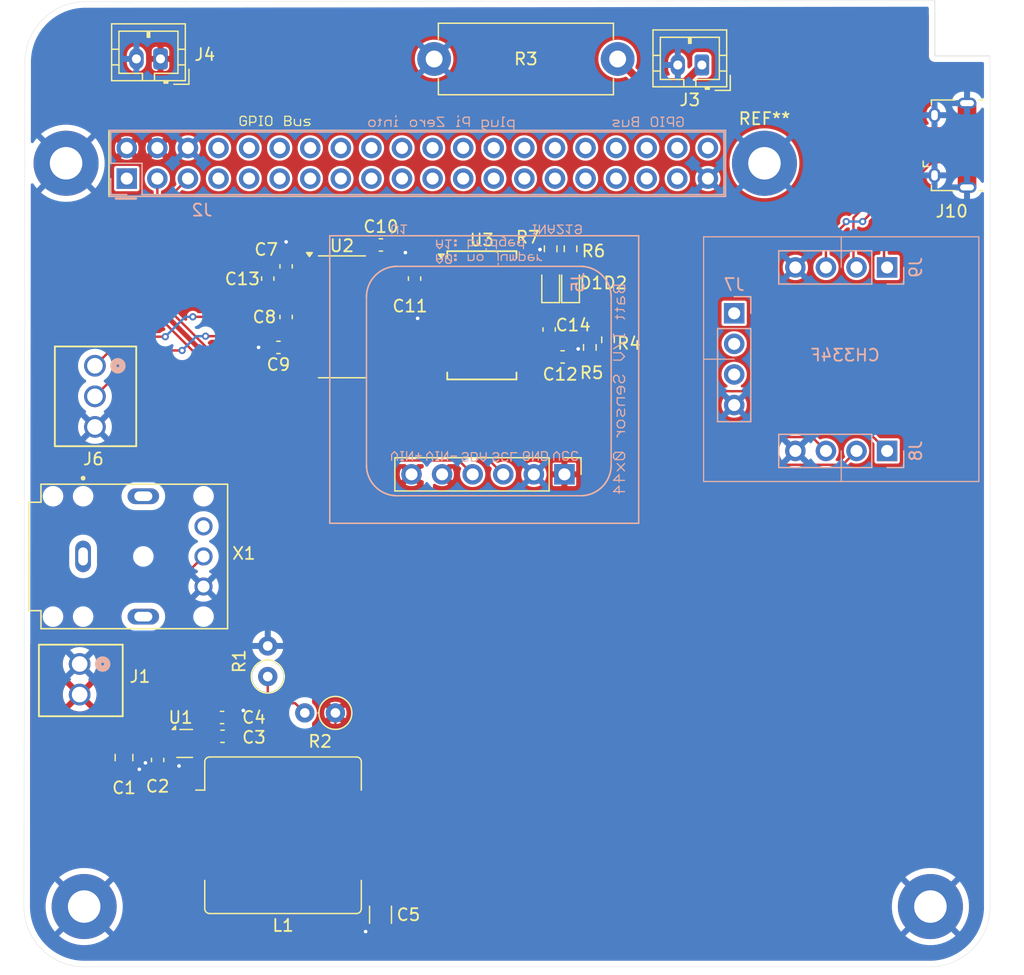
<source format=kicad_pcb>
(kicad_pcb (version 20241229) (generator "pcbnew") (generator_version "9.0")
  (layers (0 "F.Cu" signal) (2 "B.Cu" signal) (13 "F.Paste" user) (15 "B.Paste" user) (5 "F.SilkS" user "F.Silkscreen") (7 "B.SilkS" user "B.Silkscreen") (1 "F.Mask" user) (3 "B.Mask" user) (25 "Edge.Cuts" user))
  (net 0 "")
  (net 1 "/28V")
  (net 2 "GND")
  (net 3 "Net-(U1-SS)")
  (net 4 "Net-(U1-BST)")
  (net 5 "/4v6")
  (net 6 "/BATT_SW")
  (net 9 "/PI_3V3")
  (net 22 "/SCL")
  (net 25 "/SDA")
  (net 43 "Net-(J3-Pin_1)")
  (net 44 "/EN")
  (net 46 "Net-(U1-FB)")
  (net 51 "Net-(U3-3V3OUT)")
  (net 52 "Net-(U2-VS+)")
  (net 53 "Net-(U2-C2-)")
  (net 56 "Net-(D2-K)")
  (net 61 "Net-(D1-K)")
  (net 66 "Net-(U2-R1OUT)")
  (net 67 "Net-(U3-~{RESET})")
  (net 69 "Net-(U2-T1IN)")
  (net 70 "Net-(U2-C2+)")
  (net 71 "Net-(U2-VS-)")
  (net 72 "Net-(U2-C1-)")
  (net 73 "Net-(U2-C1+)")
  (net 74 "Net-(D1-A)")
  (net 75 "Net-(D2-A)")
  (net 77 "Net-(J6-Pin_2)")
  (net 79 "Net-(J6-Pin_1)")
  (net 82 "Net-(J10-VBUS)")
  (net 83 "Net-(J10-D-)")
  (net 85 "Net-(J10-D+)")
  (net 89 "Net-(J8-Pin_1)")
  (net 90 "Net-(J8-Pin_3)")
  (net 91 "Net-(J8-Pin_2)")
  (net 92 "/SW")
  (footprint "Resistor_THT:R_Axial_DIN0614_L14.3mm_D5.7mm_P15.24mm_Horizontal" (layer "F.Cu") (at 149.4536 53.8988)
    (property "Reference" "R3")
    (property "Value" "12Ω")
  )
  (footprint "MountingHole:MountingHole_2.7mm_M2.5_Pad" (layer "F.Cu") (at 176.8856 62.5602)
    (property "Reference" "REF**")
    (property "Value" "MountingHole_2.7mm_M2.5_Pad")
  )
  (footprint "" (layer "F.Cu") (at 120.389808 124.285359)
    (property "Reference" "")
    (property "Value" "")
  )
  (footprint "Capacitor_SMD:C_0603_1608Metric" (layer "F.Cu") (at 160.1216 78.6384 180)
    (property "Reference" "C12")
    (property "Value" "100nF")
  )
  (footprint "External Libraries:CONN_OSTVN02A150_OST" (layer "F.Cu") (at 120.015 104.14 -90)
    (property "Reference" "J1")
    (property "Value" "HASP Power In")
  )
  (footprint "Capacitor_SMD:C_0603_1608Metric" (layer "F.Cu") (at 145.034 69.342 180)
    (property "Reference" "C10")
    (property "Value" "100nF")
  )
  (footprint "Capacitor_SMD:C_0603_1608Metric" (layer "F.Cu") (at 131.839 108.585 180)
    (property "Reference" "C3")
    (property "Value" "33nF")
  )
  (footprint "Connector_USB:USB_Micro-B_Amphenol_10118194-0001LF_Horizontal" (layer "F.Cu") (at 192.408 61.064 90)
    (property "Reference" "J10")
    (property "Value" "USB_2_OUT")
  )
  (footprint "Capacitor_SMD:C_0603_1608Metric" (layer "F.Cu") (at 137.16 75.324 -90)
    (property "Reference" "C8")
    (property "Value" "470nF")
  )
  (footprint "Resistor_THT:R_Axial_DIN0207_L6.3mm_D2.5mm_P2.54mm_Vertical" (layer "F.Cu") (at 135.636 105.185 90)
    (property "Reference" "R1")
    (property "Value" "10kΩ")
  )
  (footprint "Capacitor_SMD:C_0603_1608Metric" (layer "F.Cu") (at 131.88 110.146)
    (property "Reference" "C4")
    (property "Value" "100nF")
  )
  (footprint "Inductor_SMD:L_Bourns_SRR1208_12.7x12.7mm" (layer "F.Cu") (at 136.906 118.364)
    (property "Reference" "L1")
    (property "Value" "10uH")
  )
  (footprint "Resistor_SMD:R_0603_1608Metric" (layer "F.Cu") (at 159.131 69.66 -90)
    (property "Reference" "R7")
    (property "Value" "470")
  )
  (footprint "Resistor_THT:R_Axial_DIN0207_L6.3mm_D2.5mm_P2.54mm_Vertical" (layer "F.Cu") (at 141.253 108.204 180)
    (property "Reference" "R2")
    (property "Value" "47.5kΩ")
  )
  (footprint "Capacitor_SMD:C_0603_1608Metric" (layer "F.Cu") (at 147.828 72.136 -90)
    (property "Reference" "C11")
    (property "Value" "100nF")
  )
  (footprint "Connector_PinHeader_2.54mm:PinHeader_1x06_P2.54mm_Vertical" (layer "F.Cu") (at 160.274 88.392 -90)
    (property "Reference" "J5")
    (property "Value" "INA219")
  )
  (footprint "External Libraries:CONN3_OSTVN03A150_OST" (layer "F.Cu") (at 121.285 79.375 -90)
    (property "Reference" "J6")
    (property "Value" "HASP Data In")
  )
  (footprint "Package_TO_SOT_SMD:SOT-583-8" (layer "F.Cu") (at 128.74 110.74)
    (property "Reference" "U1")
    (property "Value" "TPS62932")
  )
  (footprint "Resistor_SMD:R_0603_1608Metric" (layer "F.Cu") (at 163.894 77.216 -90)
    (property "Reference" "R4")
    (property "Value" "4K7")
  )
  (footprint "Resistor_SMD:R_0603_1608Metric" (layer "F.Cu") (at 160.782 69.659 -90)
    (property "Reference" "R6")
    (property "Value" "470")
  )
  (footprint "Capacitor_SMD:C_0603_1608Metric" (layer "F.Cu") (at 135.636 72.136 -90)
    (property "Reference" "C13")
    (property "Value" "100nF")
  )
  (footprint "Capacitor_SMD:C_0603_1608Metric" (layer "F.Cu") (at 136.525 77.851 180)
    (property "Reference" "C9")
    (property "Value" "470nF")
  )
  (footprint "LED_SMD:LED_0603_1608Metric" (layer "F.Cu") (at 159.131 72.644 90)
    (property "Reference" "D1")
    (property "Value" "TX_LED")
  )
  (footprint "Connector_JST:JST_PH_B2B-PH-K_1x02_P2.00mm_Vertical" (layer "F.Cu") (at 126.73 53.89 180)
    (property "Reference" "J4")
    (property "Value" "JST_Main(optional)")
  )
  (footprint "" (layer "F.Cu") (at 190.66693 124.2867)
    (property "Reference" "")
    (property "Value" "")
  )
  (footprint "External Libraries:CUI_SJ-3566AN" (layer "F.Cu") (at 125.302 95.21)
    (property "Reference" "X1")
    (property "Value" "SJ-3566AN")
  )
  (footprint "Package_SO:SSOP-28_5.3x10.2mm_P0.65mm" (layer "F.Cu") (at 153.416 75.184)
    (property "Reference" "U3")
    (property "Value" "FT232RL")
  )
  (footprint "Capacitor_SMD:C_0603_1608Metric" (layer "F.Cu") (at 159.004 76.3654 90)
    (property "Reference" "C14")
    (property "Value" "100nF")
  )
  (footprint "Capacitor_SMD:C_0805_2012Metric" (layer "F.Cu") (at 123.698 111.912 -90)
    (property "Reference" "C1")
    (property "Value" "10uF")
  )
  (footprint "Capacitor_SMD:C_0603_1608Metric" (layer "F.Cu") (at 126.492 112.113 -90)
    (property "Reference" "C2")
    (property "Value" "100nF")
  )
  (footprint "Capacitor_SMD:C_1206_3216Metric" (layer "F.Cu") (at 145 124.968 90)
    (property "Reference" "C5")
    (property "Value" "47uF")
  )
  (footprint "Capacitor_SMD:C_0603_1608Metric" (layer "F.Cu") (at 137.16 71.12 -90)
    (property "Reference" "C7")
    (property "Value" "470nF")
  )
  (footprint "Package_SO:SOIC-16_3.9x9.9mm_P1.27mm" (layer "F.Cu") (at 141.797 75.311)
    (property "Reference" "U2")
    (property "Value" "MAX3232")
  )
  (footprint "Connector_JST:JST_PH_B2B-PH-K_1x02_P2.00mm_Vertical" (layer "F.Cu") (at 171.688 54.398 180)
    (property "Reference" "J3")
    (property "Value" "JST_Solar")
  )
  (footprint "Resistor_SMD:R_0603_1608Metric" (layer "F.Cu") (at 162.3822 77.851 90)
    (property "Reference" "R5")
    (property "Value" "10K")
  )
  (footprint "LED_SMD:LED_0603_1608Metric" (layer "F.Cu") (at 160.782 72.644 90)
    (property "Reference" "D2")
    (property "Value" "RX_LED")
  )
  (footprint "External Libraries:PinHeader_1x04_P2.54mm_Vertical_USB" (layer "B.Cu") (at 187.071 86.448 90)
    (property "Reference" "J8")
    (property "Value" "USB_2")
  )
  (footprint "External Libraries:PinHeader_1x04_P2.54mm_Vertical_USB" (layer "B.Cu") (at 187.071 71.208 90)
    (property "Reference" "J9")
    (property "Value" "USB_1")
  )
  (footprint "" (layer "B.Cu") (at 118.88704 62.5586 180)
    (property "Reference" "")
    (property "Value" "")
  )
  (footprint "External Libraries:PinHeader_1x04_P2.54mm_Vertical_USB" (layer "B.Cu") (at 174.371 75.018 180)
    (property "Reference" "J7")
    (property "Value" "USB_IN")
  )
  (footprint "Connector_PinSocket_2.54mm:PinSocket_2x20_P2.54mm_Vertical" (layer "B.Cu") (at 123.9266 63.8302 -90)
    (property "Reference" "J2")
    (property "Value" "PI Bus")
  )
  (gr_line (start 133.72623 59.4184) (end 133.85323 59.29115) (stroke (width 0.1016)) (layer "F.SilkS"))
  (gr_line (start 134.13999 58.65564) (end 134.13999 59.4184) (stroke (width 0.1016)) (layer "F.SilkS"))
  (gr_line (start 135.46537 59.29115) (end 135.59237 59.4184) (stroke (width 0.1016)) (layer "F.SilkS"))
  (gr_line (start 138.35919 59.4184) (end 138.35919 58.90989) (stroke (width 0.1016)) (layer "F.SilkS"))
  (gr_line (start 134.6485 58.78264) (end 134.52125 58.65564) (stroke (width 0.1016)) (layer "F.SilkS"))
  (gr_line (start 134.93527 59.4184) (end 135.18927 59.4184) (stroke (width 0.1016)) (layer "F.SilkS"))
  (gr_line (start 134.6485 59.03689) (end 134.6485 58.78264) (stroke (width 0.1016)) (layer "F.SilkS"))
  (gr_line (start 135.84662 59.4184) (end 135.97362 59.29115) (stroke (width 0.1016)) (layer "F.SilkS"))
  (gr_line (start 134.52125 59.16415) (end 134.6485 59.03689) (stroke (width 0.1016)) (layer "F.SilkS"))
  (gr_line (start 139.15446 59.29115) (end 139.02746 59.16415) (stroke (width 0.1016)) (layer "F.SilkS"))
  (gr_line (start 135.97362 59.29115) (end 135.97362 58.78264) (stroke (width 0.1016)) (layer "F.SilkS"))
  (gr_line (start 138.64595 59.03689) (end 138.77321 58.90989) (stroke (width 0.1016)) (layer "F.SilkS"))
  (gr_line (start 133.34472 58.78264) (end 133.34472 59.29115) (stroke (width 0.1016)) (layer "F.SilkS"))
  (gr_line (start 139.02746 59.4184) (end 139.15446 59.29115) (stroke (width 0.1016)) (layer "F.SilkS"))
  (gr_line (start 137.97793 59.4184) (end 138.35919 59.4184) (stroke (width 0.1016)) (layer "F.SilkS"))
  (gr_line (start 133.47197 59.4184) (end 133.72623 59.4184) (stroke (width 0.1016)) (layer "F.SilkS"))
  (gr_line (start 137.56417 59.16415) (end 137.43691 59.03689) (stroke (width 0.1016)) (layer "F.SilkS"))
  (gr_line (start 138.77321 59.16415) (end 138.64595 59.03689) (stroke (width 0.1016)) (layer "F.SilkS"))
  (gr_line (start 135.59237 58.65564) (end 135.46537 58.78264) (stroke (width 0.1016)) (layer "F.SilkS"))
  (gr_line (start 133.34472 58.78264) (end 133.47197 58.65564) (stroke (width 0.1016)) (layer "F.SilkS"))
  (gr_line (start 137.05566 59.4184) (end 137.43691 59.4184) (stroke (width 0.1016)) (layer "F.SilkS"))
  (gr_line (start 137.85093 58.90989) (end 137.85093 59.29115) (stroke (width 0.1016)) (layer "F.SilkS"))
  (gr_line (start 135.59237 59.4184) (end 135.84662 59.4184) (stroke (width 0.1016)) (layer "F.SilkS"))
  (gr_line (start 135.46537 58.78264) (end 135.46537 59.29115) (stroke (width 0.1016)) (layer "F.SilkS"))
  (gr_line (start 139.02746 59.16415) (end 138.77321 59.16415) (stroke (width 0.1016)) (layer "F.SilkS"))
  (gr_line (start 137.43691 58.65564) (end 137.56417 58.78264) (stroke (width 0.1016)) (layer "F.SilkS"))
  (gr_line (start 138.77321 58.90989) (end 139.15446 58.90989) (stroke (width 0.1016)) (layer "F.SilkS"))
  (gr_line (start 122.44812 65.3112) (end 122.44812 59.8248) (stroke (width 0.127)) (layer "F.SilkS"))
  (gr_line (start 133.85323 59.29115) (end 133.85323 59.03689) (stroke (width 0.1016)) (layer "F.SilkS"))
  (gr_line (start 133.72623 58.65564) (end 133.85323 58.78264) (stroke (width 0.1016)) (layer "F.SilkS"))
  (gr_line (start 137.56417 58.78264) (end 137.56417 58.90989) (stroke (width 0.1016)) (layer "F.SilkS"))
  (gr_line (start 133.85323 59.03689) (end 133.59897 59.03689) (stroke (width 0.1016)) (layer "F.SilkS"))
  (gr_line (start 137.56417 58.90989) (end 137.43691 59.03689) (stroke (width 0.1016)) (layer "F.SilkS"))
  (gr_line (start 137.43691 59.4184) (end 137.56417 59.29115) (stroke (width 0.1016)) (layer "F.SilkS"))
  (gr_line (start 137.56417 59.29115) (end 137.56417 59.16415) (stroke (width 0.1016)) (layer "F.SilkS"))
  (gr_line (start 135.06227 58.65564) (end 135.06227 59.4184) (stroke (width 0.1016)) (layer "F.SilkS"))
  (gr_line (start 137.85093 59.29115) (end 137.97793 59.4184) (stroke (width 0.1016)) (layer "F.SilkS"))
  (gr_line (start 135.84662 58.65564) (end 135.59237 58.65564) (stroke (width 0.1016)) (layer "F.SilkS"))
  (gr_line (start 137.05566 58.65564) (end 137.43691 58.65564) (stroke (width 0.1016)) (layer "F.SilkS"))
  (gr_line (start 138.64595 59.4184) (end 139.02746 59.4184) (stroke (width 0.1016)) (layer "F.SilkS"))
  (gr_line (start 137.05566 59.4184) (end 137.05566 58.65564) (stroke (width 0.1016)) (layer "F.SilkS"))
  (gr_line (start 133.47197 58.65564) (end 133.72623 58.65564) (stroke (width 0.1016)) (layer "F.SilkS"))
  (gr_line (start 134.52125 58.65564) (end 134.13999 58.65564) (stroke (width 0.1016)) (layer "F.SilkS"))
  (gr_line (start 134.13999 59.16415) (end 134.52125 59.16415) (stroke (width 0.1016)) (layer "F.SilkS"))
  (gr_line (start 133.34472 59.29115) (end 133.47197 59.4184) (stroke (width 0.1016)) (layer "F.SilkS"))
  (gr_line (start 135.97362 58.78264) (end 135.84662 58.65564) (stroke (width 0.1016)) (layer "F.SilkS"))
  (gr_line (start 137.43691 59.03689) (end 137.05566 59.03689) (stroke (width 0.1016)) (layer "F.SilkS"))
  (gr_line (start 134.93527 58.65564) (end 135.18927 58.65564) (stroke (width 0.1016)) (layer "F.SilkS"))
  (gr_line (start 161.91967 71.13854) (end 161.98063 71.14667) (stroke (width 0.127)) (layer "B.SilkS"))
  (gr_line (start 164.96234 84.84641) (end 164.65728 85.15147) (stroke (width 0.1016)) (layer "B.SilkS"))
  (gr_line (start 146.16024 86.50351) (end 146.39748 86.741) (stroke (width 0.1016)) (layer "B.SilkS"))
  (gr_line (start 163.83356 88.86444) (end 163.80308 88.91778) (stroke (width 0.127)) (layer "B.SilkS"))
  (gr_line (start 149.6629 68.9356) (end 149.6629 69.41032) (stroke (width 0.1016)) (layer "B.SilkS"))
  (gr_line (start 164.09366 88.17813) (end 164.07969 88.23782) (stroke (width 0.127)) (layer "B.SilkS"))
  (gr_line (start 164.65728 74.55586) (end 164.65728 74.86091) (stroke (width 0.1016)) (layer "B.SilkS"))
  (gr_line (start 145.30324 71.35647) (end 145.35912 71.33133) (stroke (width 0.127)) (layer "B.SilkS"))
  (gr_line (start 155.7749 70.62952) (end 155.89352 70.62952) (stroke (width 0.1016)) (layer "B.SilkS"))
  (gr_line (start 143.88084 88.11793) (end 143.86992 88.05773) (stroke (width 0.127)) (layer "B.SilkS"))
  (gr_line (start 153.50516 70.51091) (end 153.38654 70.62952) (stroke (width 0.1016)) (layer "B.SilkS"))
  (gr_line (start 151.91766 86.58797) (end 151.79904 86.70684) (stroke (width 0.1016)) (layer "B.SilkS"))
  (gr_line (start 154.76474 70.03618) (end 154.76474 70.62952) (stroke (width 0.1016)) (layer "B.SilkS"))
  (gr_line (start 150.41118 70.74814) (end 150.5298 70.86676) (stroke (width 0.1016)) (layer "B.SilkS"))
  (gr_line (start 161.53943 67.691) (end 161.3022 67.691) (stroke (width 0.1016)) (layer "B.SilkS"))
  (gr_line (start 163.29787 89.53119) (end 163.25139 89.57132) (stroke (width 0.127)) (layer "B.SilkS"))
  (gr_line (start 164.12693 87.99703) (end 164.11728 88.05773) (stroke (width 0.127)) (layer "B.SilkS"))
  (gr_line (start 165.11474 84.52104) (end 164.80968 84.52104) (stroke (width 0.1016)) (layer "B.SilkS"))
  (gr_line (start 162.33979 71.22617) (end 162.39846 71.2442) (stroke (width 0.127)) (layer "B.SilkS"))
  (gr_line (start 163.34334 71.79996) (end 163.38779 71.84237) (stroke (width 0.127)) (layer "B.SilkS"))
  (gr_line (start 163.59404 89.22055) (end 163.55492 89.26779) (stroke (width 0.127)) (layer "B.SilkS"))
  (gr_line (start 151.27834 70.62952) (end 151.15972 70.62952) (stroke (width 0.1016)) (layer "B.SilkS"))
  (gr_line (start 157.23489 87.223855) (end 157.35351 87.105235) (stroke (width 0.1016)) (layer "B.SilkS"))
  (gr_line (start 154.75032 59.36735) (end 154.75032 58.98609) (stroke (width 0.1016)) (layer "B.SilkS"))
  (gr_line (start 145.58874 71.2442) (end 145.64741 71.22617) (stroke (width 0.127)) (layer "B.SilkS"))
  (gr_line (start 171.831 78.828) (end 174.371 78.828) (stroke (width 0.1)) (layer "B.SilkS"))
  (gr_line (start 146.67129 86.50351) (end 146.90878 86.50351) (stroke (width 0.1016)) (layer "B.SilkS"))
  (gr_line (start 165.10945 59.4946) (end 165.49071 59.4946) (stroke (width 0.1016)) (layer "B.SilkS"))
  (gr_line (start 149.08124 86.520275) (end 148.844 86.757765) (stroke (width 0.1016)) (layer "B.SilkS"))
  (gr_line (start 165.11474 87.17178) (end 165.26739 87.01913) (stroke (width 0.1016)) (layer "B.SilkS"))
  (gr_line (start 163.77133 72.31989) (end 163.80308 72.37222) (stroke (width 0.127)) (layer "B.SilkS"))
  (gr_line (start 162.39846 90.04579) (end 162.33979 90.06383) (stroke (width 0.127)) (layer "B.SilkS"))
  (gr_line (start 158.37586 86.511895) (end 158.73172 86.511895) (stroke (width 0.1016)) (layer "B.SilkS"))
  (gr_line (start 166.03173 59.11309) (end 166.41298 59.11309) (stroke (width 0.1016)) (layer "B.SilkS"))
  (gr_line (start 163.10661 71.60514) (end 163.15589 71.64171) (stroke (width 0.127)) (layer "B.SilkS"))
  (gr_line (start 144.28318 72.21702) (end 144.31874 72.16699) (stroke (width 0.127)) (layer "B.SilkS"))
  (gr_line (start 144.43228 72.02221) (end 144.47241 71.97572) (stroke (width 0.127)) (layer "B.SilkS"))
  (gr_line (start 165.11474 74.70826) (end 165.26739 74.86091) (stroke (width 0.1016)) (layer "B.SilkS"))
  (gr_line (start 161.53943 68.40296) (end 161.3022 68.40296) (stroke (width 0.1016)) (layer "B.SilkS"))
  (gr_line (start 145.53057 71.26402) (end 145.58874 71.2442) (stroke (width 0.127)) (layer "B.SilkS"))
  (gr_line (start 162.28086 71.20915) (end 162.33979 71.22617) (stroke (width 0.127)) (layer "B.SilkS"))
  (gr_line (start 163.94227 88.64447) (end 163.91713 88.70035) (stroke (width 0.127)) (layer "B.SilkS"))
  (gr_line (start 149.31848 86.757765) (end 149.08124 86.520275) (stroke (width 0.1016)) (layer "B.SilkS"))
  (gr_line (start 122.44812 59.8248) (end 173.65452 59.8248) (stroke (width 0.127)) (layer "B.SilkS"))
  (gr_line (start 157.35351 86.868005) (end 157.11628 86.868005) (stroke (width 0.1016)) (layer "B.SilkS"))
  (gr_line (start 165.26739 73.14235) (end 165.11474 73.29475) (stroke (width 0.1016)) (layer "B.SilkS"))
  (gr_line (start 164.15055 87.75268) (end 164.147 87.81389) (stroke (width 0.127)) (layer "B.SilkS"))
  (gr_line (start 143.85214 73.35393) (end 143.86027 73.29297) (stroke (width 0.127)) (layer "B.SilkS"))
  (gr_line (start 155.02636 70.62952) (end 155.02636 70.27367) (stroke (width 0.1016)) (layer "B.SilkS"))
  (gr_line (start 173.65452 65.3112) (end 122.44812 65.3112) (stroke (width 0.127)) (layer "B.SilkS"))
  (gr_line (start 155.44343 87.30831) (end 155.2062 87.30831) (stroke (width 0.1016)) (layer "B.SilkS"))
  (gr_line (start 155.65019 69.29171) (end 155.76881 69.41032) (stroke (width 0.1016)) (layer "B.SilkS"))
  (gr_line (start 145.94358 67.80987) (end 146.0622 67.691) (stroke (width 0.1016)) (layer "B.SilkS"))
  (gr_line (start 146.12849 90.15806) (end 146.06753 90.15146) (stroke (width 0.127)) (layer "B.SilkS"))
  (gr_line (start 144.98168 71.53529) (end 145.0335 71.50227) (stroke (width 0.127)) (layer "B.SilkS"))
  (gr_line (start 162.90138 89.81948) (end 162.84804 89.84996) (stroke (width 0.127)) (layer "B.SilkS"))
  (gr_line (start 153.77059 86.94408) (end 153.29586 86.94408) (stroke (width 0.1016)) (layer "B.SilkS"))
  (gr_line (start 144.54536 59.11309) (end 144.54536 59.36735) (stroke (width 0.1016)) (layer "B.SilkS"))
  (gr_line (start 165.26739 82.03997) (end 164.65728 82.03997) (stroke (width 0.1016)) (layer "B.SilkS"))
  (gr_line (start 165.90473 59.36735) (end 166.03173 59.4946) (stroke (width 0.1016)) (layer "B.SilkS"))
  (gr_line (start 165.26739 77.3623) (end 164.35223 77.97241) (stroke (width 0.1016)) (layer "B.SilkS"))
  (gr_line (start 153.95504 59.36735) (end 153.95504 59.11309) (stroke (width 0.1016)) (layer "B.SilkS"))
  (gr_line (start 161.98063 90.14333) (end 161.91967 90.15146) (stroke (width 0.127)) (layer "B.SilkS"))
  (gr_line (start 164.06445 88.29726) (end 164.04743 88.35618) (stroke (width 0.127)) (layer "B.SilkS"))
  (gr_line (start 162.45663 71.26402) (end 162.51428 71.2851) (stroke (width 0.127)) (layer "B.SilkS"))
  (gr_line (start 143.8402 87.81389) (end 143.83665 87.75268) (stroke (width 0.127)) (layer "B.SilkS"))
  (gr_line (start 154.76474 70.86676) (end 154.76474 70.98538) (stroke (width 0.1016)) (layer "B.SilkS"))
  (gr_line (start 164.50463 73.29475) (end 164.65728 73.29475) (stroke (width 0.1016)) (layer "B.SilkS"))
  (gr_line (start 144.78305 71.67956) (end 144.83131 71.64171) (stroke (width 0.127)) (layer "B.SilkS"))
  (gr_line (start 160.67228 68.40296) (end 160.43504 68.16572) (stroke (width 0.1016)) (layer "B.SilkS"))
  (gr_line (start 155.37638 68.81698) (end 155.37638 69.41032) (stroke (width 0.1016)) (layer "B.SilkS"))
  (gr_line (start 155.15341 58.73184) (end 155.15341 59.4946) (stroke (width 0.1016)) (layer "B.SilkS"))
  (gr_line (start 166.03173 58.73184) (end 165.90473 58.85884) (stroke (width 0.1016)) (layer "B.SilkS"))
  (gr_line (start 146.3736 90.17) (end 146.31213 90.16924) (stroke (width 0.127)) (layer "B.SilkS"))
  (gr_line (start 146.1897 71.1266) (end 146.25092 71.12305) (stroke (width 0.127)) (layer "B.SilkS"))
  (gr_line (start 163.43122 89.40419) (end 163.38779 89.44762) (stroke (width 0.127)) (layer "B.SilkS"))
  (gr_line (start 157.39034 70.62952) (end 157.62758 70.62952) (stroke (width 0.1016)) (layer "B.SilkS"))
  (gr_line (start 162.57143 71.30745) (end 162.62808 71.33133) (stroke (width 0.127)) (layer "B.SilkS"))
  (gr_line (start 164.02939 88.41486) (end 164.00958 88.47302) (stroke (width 0.127)) (layer "B.SilkS"))
  (gr_line (start 152.63826 69.41032) (end 152.2824 69.41032) (stroke (width 0.1016)) (layer "B.SilkS"))
  (gr_line (start 153.50516 70.27367) (end 153.50516 70.51091) (stroke (width 0.1016)) (layer "B.SilkS"))
  (gr_line (start 150.0914 87.232235) (end 150.0914 86.520275) (stroke (width 0.1016)) (layer "B.SilkS"))
  (gr_line (start 163.91713 72.58964) (end 163.94227 72.64552) (stroke (width 0.127)) (layer "B.SilkS"))
  (gr_line (start 156.00604 68.9356) (end 155.76881 68.9356) (stroke (width 0.1016)) (layer "B.SilkS"))
  (gr_line (start 157.7462 70.51091) (end 157.7462 70.39229) (stroke (width 0.1016)) (layer "B.SilkS"))
  (gr_line (start 156.99791 70.27367) (end 156.99791 70.51091) (stroke (width 0.1016)) (layer "B.SilkS"))
  (gr_line (start 162.28086 90.08084) (end 162.22142 90.09608) (stroke (width 0.127)) (layer "B.SilkS"))
  (gr_line (start 146.14657 59.4946) (end 146.40083 59.4946) (stroke (width 0.1016)) (layer "B.SilkS"))
  (gr_line (start 145.82547 90.11005) (end 145.76578 90.09608) (stroke (width 0.127)) (layer "B.SilkS"))
  (gr_line (start 158.73172 86.511895) (end 158.85059 86.630765) (stroke (width 0.1016)) (layer "B.SilkS"))
  (gr_line (start 169.3289 58.73184) (end 168.94739 58.73184) (stroke (width 0.1016)) (layer "B.SilkS"))
  (gr_line (start 159.41269 68.16572) (end 159.41269 67.691) (stroke (width 0.1016)) (layer "B.SilkS"))
  (gr_line (start 147.1704 87.21547) (end 147.64487 86.50351) (stroke (width 0.1016)) (layer "B.SilkS"))
  (gr_line (start 159.17545 68.40296) (end 158.93822 68.16572) (stroke (width 0.1016)) (layer "B.SilkS"))
  (gr_line (start 156.24937 70.51091) (end 156.24937 70.1548) (stroke (width 0.1016)) (layer "B.SilkS"))
  (gr_line (start 154.90165 69.29171) (end 154.90165 69.05447) (stroke (width 0.1016)) (layer "B.SilkS"))
  (gr_line (start 154.52751 69.91756) (end 154.64613 69.91756) (stroke (width 0.1016)) (layer "B.SilkS"))
  (gr_line (start 165.26739 76.73873) (end 165.26739 77.04379) (stroke (width 0.1016)) (layer "B.SilkS"))
  (gr_line (start 155.56718 59.36735) (end 155.56718 59.11309) (stroke (width 0.1016)) (layer "B.SilkS"))
  (gr_line (start 164.31418 59.36735) (end 164.44143 59.4946) (stroke (width 0.1016)) (layer "B.SilkS"))
  (gr_line (start 155.69418 59.4946) (end 155.56718 59.36735) (stroke (width 0.1016)) (layer "B.SilkS"))
  (gr_line (start 153.82804 58.98609) (end 153.44679 58.98609) (stroke (width 0.1016)) (layer "B.SilkS"))
  (gr_line (start 145.24787 71.38314) (end 145.30324 71.35647) (stroke (width 0.127)) (layer "B.SilkS"))
  (gr_line (start 162.9537 89.78773) (end 162.90138 89.81948) (stroke (width 0.127)) (layer "B.SilkS"))
  (gr_line (start 158.66441 67.691) (end 158.66441 68.40296) (stroke (width 0.1016)) (layer "B.SilkS"))
  (gr_line (start 168.94739 58.73184) (end 168.82039 58.85884) (stroke (width 0.1016)) (layer "B.SilkS"))
  (gr_line (start 164.35223 72.68464) (end 165.26739 72.68464) (stroke (width 0.1016)) (layer "B.SilkS"))
  (gr_line (start 151.15972 69.29171) (end 151.27834 69.29171) (stroke (width 0.1016)) (layer "B.SilkS"))
  (gr_line (start 164.09366 73.11187) (end 164.10636 73.17206) (stroke (width 0.127)) (layer "B.SilkS"))
  (gr_line (start 164.65728 74.07783) (end 164.80968 74.23048) (stroke (width 0.1016)) (layer "B.SilkS"))
  (gr_line (start 164.65728 84.84641) (end 165.26739 84.84641) (stroke (width 0.1016)) (layer "B.SilkS"))
  (gr_line (start 160.13354 86.62238) (end 160.13354 87.09685) (stroke (width 0.1016)) (layer "B.SilkS"))
  (gr_line (start 147.1704 86.50351) (end 147.1704 87.21547) (stroke (width 0.1016)) (layer "B.SilkS"))
  (gr_line (start 156.07569 58.98609) (end 156.07569 59.7486) (stroke (width 0.1016)) (layer "B.SilkS"))
  (gr_line (start 150.2441 59.4946) (end 150.2441 59.36735) (stroke (width 0.1016)) (layer "B.SilkS"))
  (gr_line (start 156.00604 69.41032) (end 156.12466 69.29171) (stroke (width 0.1016)) (layer "B.SilkS"))
  (gr_line (start 155.02027 68.9356) (end 155.37638 68.9356) (stroke (width 0.1016)) (layer "B.SilkS"))
  (gr_line (start 149.31848 87.232235) (end 149.31848 86.757765) (stroke (width 0.1016)) (layer "B.SilkS"))
  (gr_line (start 165.11474 81.10448) (end 165.26739 81.25688) (stroke (width 0.1016)) (layer "B.SilkS"))
  (gr_line (start 151.91766 87.29993) (end 152.15489 87.29993) (stroke (width 0.1016)) (layer "B.SilkS"))
  (gr_line (start 149.90014 69.64756) (end 150.13737 69.41032) (stroke (width 0.1016)) (layer "B.SilkS"))
  (gr_line (start 151.31441 86.876385) (end 150.83968 86.876385) (stroke (width 0.1016)) (layer "B.SilkS"))
  (gr_line (start 168.82039 59.11309) (end 168.94739 59.24035) (stroke (width 0.1016)) (layer "B.SilkS"))
  (gr_line (start 145.64741 71.22617) (end 145.70634 71.20915) (stroke (width 0.127)) (layer "B.SilkS"))
  (gr_line (start 170.12392 59.36735) (end 170.12392 58.85884) (stroke (width 0.1016)) (layer "B.SilkS"))
  (gr_line (start 164.80968 73.14235) (end 164.80968 72.68464) (stroke (width 0.1016)) (layer "B.SilkS"))
  (gr_line (start 161.85871 71.13194) (end 161.91967 71.13854) (stroke (width 0.127)) (layer "B.SilkS"))
  (gr_line (start 154.15337 69.29171) (end 154.27198 69.41032) (stroke (width 0.1016)) (layer "B.SilkS"))
  (gr_line (start 146.25092 71.12305) (end 146.31213 71.12076) (stroke (width 0.127)) (layer "B.SilkS"))
  (gr_line (start 143.86027 87.99703) (end 143.85214 87.93607) (stroke (width 0.127)) (layer "B.SilkS"))
  (gr_line (start 162.79394 71.41083) (end 162.84804 71.44004) (stroke (width 0.127)) (layer "B.SilkS"))
  (gr_line (start 161.91967 90.15146) (end 161.85871 90.15806) (stroke (width 0.127)) (layer "B.SilkS"))
  (gr_line (start 158.2575 70.62952) (end 158.02026 70.39229) (stroke (width 0.1016)) (layer "B.SilkS"))
  (gr_line (start 143.88084 73.17206) (end 143.89354 73.11187) (stroke (width 0.127)) (layer "B.SilkS"))
  (gr_line (start 162.16173 71.17994) (end 162.22142 71.19391) (stroke (width 0.127)) (layer "B.SilkS"))
  (gr_line (start 143.89354 88.17813) (end 143.88084 88.11793) (stroke (width 0.127)) (layer "B.SilkS"))
  (gr_line (start 163.94227 72.64552) (end 163.96615 72.70216) (stroke (width 0.127)) (layer "B.SilkS"))
  (gr_line (start 144.12443 72.47966) (end 144.15364 72.42556) (stroke (width 0.127)) (layer "B.SilkS"))
  (gr_line (start 165.11474 83.58556) (end 164.96234 83.43316) (stroke (width 0.1016)) (layer "B.SilkS"))
  (gr_line (start 161.00044 86.50351) (end 161.23768 86.50351) (stroke (width 0.1016)) (layer "B.SilkS"))
  (gr_line (start 164.80968 84.52104) (end 164.65728 84.36864) (stroke (width 0.1016)) (layer "B.SilkS"))
  (gr_line (start 162.62808 89.95867) (end 162.57143 89.98255) (stroke (width 0.127)) (layer "B.SilkS"))
  (gr_line (start 194.691 68.668) (end 194.691 88.988) (stroke (width 0.1)) (layer "B.SilkS"))
  (gr_line (start 164.65728 81.25688) (end 164.65728 81.56194) (stroke (width 0.1016)) (layer "B.SilkS"))
  (gr_line (start 146.27357 58.98609) (end 146.40083 58.98609) (stroke (width 0.1016)) (layer "B.SilkS"))
  (gr_line (start 152.27351 86.70684) (end 152.15489 86.58797) (stroke (width 0.1016)) (layer "B.SilkS"))
  (gr_line (start 144.51356 89.35974) (end 144.47241 89.31427) (stroke (width 0.127)) (layer "B.SilkS"))
  (gr_line (start 156.99766 87.223855) (end 157.23489 87.223855) (stroke (width 0.1016)) (layer "B.SilkS"))
  (gr_line (start 153.82804 59.4946) (end 153.95504 59.36735) (stroke (width 0.1016)) (layer "B.SilkS"))
  (gr_line (start 165.26739 72.68464) (end 165.26739 73.14235) (stroke (width 0.1016)) (layer "B.SilkS"))
  (gr_line (start 144.78305 89.61044) (end 144.73581 89.57132) (stroke (width 0.127)) (layer "B.SilkS"))
  (gr_line (start 167.49502 58.85884) (end 167.49502 59.36735) (stroke (width 0.1016)) (layer "B.SilkS"))
  (gr_line (start 164.00958 88.47302) (end 163.9885 88.53068) (stroke (width 0.127)) (layer "B.SilkS"))
  (gr_line (start 155.69418 58.98609) (end 156.07569 58.98609) (stroke (width 0.1016)) (layer "B.SilkS"))
  (gr_line (start 124.68332 65.489) (end 123.03232 65.489) (stroke (width 0.2032)) (layer "B.SilkS"))
  (gr_line (start 168.27937 58.73184) (end 168.53363 58.73184) (stroke (width 0.1016)) (layer "B.SilkS"))
  (gr_line (start 165.11474 75.33208) (end 165.26739 75.48448) (stroke (width 0.1016)) (layer "B.SilkS"))
  (gr_line (start 152.27351 86.82546) (end 152.27351 86.70684) (stroke (width 0.1016)) (layer "B.SilkS"))
  (gr_line (start 144.59941 71.84237) (end 144.64386 71.79996) (stroke (width 0.127)) (layer "B.SilkS"))
  (gr_line (start 160.16123 67.691) (end 159.68676 67.691) (stroke (width 0.1016)) (layer "B.SilkS"))
  (gr_line (start 146.1897 90.16339) (end 146.12849 90.15806) (stroke (width 0.127)) (layer "B.SilkS"))
  (gr_line (start 163.38779 89.44762) (end 163.34334 89.49004) (stroke (width 0.127)) (layer "B.SilkS"))
  (gr_line (start 148.844 86.757765) (end 148.844 87.232235) (stroke (width 0.1016)) (layer "B.SilkS"))
  (gr_line (start 149.44908 59.36735) (end 149.44908 59.11309) (stroke (width 0.1016)) (layer "B.SilkS"))
  (gr_line (start 146.0622 67.691) (end 146.29943 67.691) (stroke (width 0.1016)) (layer "B.SilkS"))
  (gr_line (start 143.8336 73.66) (end 143.83436 73.59853) (stroke (width 0.127)) (layer "B.SilkS"))
  (gr_line (start 164.1536 87.63) (end 164.15284 87.69147) (stroke (width 0.127)) (layer "B.SilkS"))
  (gr_line (start 165.26739 80.3214) (end 165.11474 80.169) (stroke (width 0.1016)) (layer "B.SilkS"))
  (gr_line (start 153.89175 68.9356) (end 153.65451 68.9356) (stroke (width 0.1016)) (layer "B.SilkS"))
  (gr_line (start 143.84554 73.41489) (end 143.85214 73.35393) (stroke (width 0.127)) (layer "B.SilkS"))
  (gr_line (start 158.10205 87.223855) (end 158.10205 86.511895) (stroke (width 0.1016)) (layer "B.SilkS"))
  (gr_line (start 154.27198 68.9356) (end 154.15337 69.05447) (stroke (width 0.1016)) (layer "B.SilkS"))
  (gr_line (start 164.15284 87.69147) (end 164.15055 87.75268) (stroke (width 0.127)) (layer "B.SilkS"))
  (gr_line (start 151.56947 59.4946) (end 151.31522 59.4946) (stroke (width 0.1016)) (layer "B.SilkS"))
  (gr_line (start 161.85871 90.15806) (end 161.7975 90.16339) (stroke (width 0.127)) (layer "B.SilkS"))
  (gr_line (start 153.02205 86.70684) (end 152.90343 86.58797) (stroke (width 0.1016)) (layer "B.SilkS"))
  (gr_line (start 150.13737 69.41032) (end 150.13737 68.9356) (stroke (width 0.1016)) (layer "B.SilkS"))
  (gr_line (start 151.44247 58.98609) (end 151.56947 58.98609) (stroke (width 0.1016)) (layer "B.SilkS"))
  (gr_line (start 163.80308 72.37222) (end 163.83356 72.42556) (stroke (width 0.127)) (layer "B.SilkS"))
  (gr_line (start 153.03069 70.51091) (end 153.03069 70.27367) (stroke (width 0.1016)) (layer "B.SilkS"))
  (gr_line (start 151.98349 59.24035) (end 152.36475 59.24035) (stroke (width 0.1016)) (layer "B.SilkS"))
  (gr_line (start 163.20415 89.61044) (end 163.15589 89.64828) (stroke (width 0.127)) (layer "B.SilkS"))
  (gr_line (start 163.55492 72.02221) (end 163.59404 72.06945) (stroke (width 0.127)) (layer "B.SilkS"))
  (gr_line (start 168.00353 59.36735) (end 168.00353 58.85884) (stroke (width 0.1016)) (layer "B.SilkS"))
  (gr_line (start 160.13354 87.09685) (end 160.25216 87.21547) (stroke (width 0.1016)) (layer "B.SilkS"))
  (gr_line (start 162.51428 90.0049) (end 162.45663 90.02598) (stroke (width 0.127)) (layer "B.SilkS"))
  (gr_line (start 163.66846 89.12301) (end 163.63188 89.17229) (stroke (width 0.127)) (layer "B.SilkS"))
  (gr_line (start 145.47292 71.2851) (end 145.53057 71.26402) (stroke (width 0.127)) (layer "B.SilkS"))
  (gr_line (start 164.50463 86.56167) (end 165.11474 86.56167) (stroke (width 0.1016)) (layer "B.SilkS"))
  (gr_line (start 144.09674 72.53427) (end 144.12443 72.47966) (stroke (width 0.127)) (layer "B.SilkS"))
  (gr_line (start 154.62784 68.9356) (end 154.27198 68.9356) (stroke (width 0.1016)) (layer "B.SilkS"))
  (gr_line (start 164.96234 78.90789) (end 164.35223 78.90789) (stroke (width 0.1016)) (layer "B.SilkS"))
  (gr_line (start 155.02027 69.41032) (end 154.90165 69.29171) (stroke (width 0.1016)) (layer "B.SilkS"))
  (gr_line (start 150.13737 69.29171) (end 149.6629 69.29171) (stroke (width 0.1016)) (layer "B.SilkS"))
  (gr_line (start 143.8402 73.4761) (end 143.84554 73.41489) (stroke (width 0.127)) (layer "B.SilkS"))
  (gr_line (start 149.90014 70.86676) (end 150.13737 70.62952) (stroke (width 0.1016)) (layer "B.SilkS"))
  (gr_line (start 144.21587 88.9701) (end 144.18412 88.91778) (stroke (width 0.127)) (layer "B.SilkS"))
  (gr_line (start 155.56205 87.18969) (end 155.44343 87.30831) (stroke (width 0.1016)) (layer "B.SilkS"))
  (gr_line (start 161.7975 71.1266) (end 161.85871 71.13194) (stroke (width 0.127)) (layer "B.SilkS"))
  (gr_line (start 152.63826 68.9356) (end 152.75687 69.05447) (stroke (width 0.1016)) (layer "B.SilkS"))
  (gr_line (start 145.88567 90.12275) (end 145.82547 90.11005) (stroke (width 0.127)) (layer "B.SilkS"))
  (gr_line (start 156.12466 69.29171) (end 156.12466 69.17309) (stroke (width 0.1016)) (layer "B.SilkS"))
  (gr_line (start 153.77313 69.64756) (end 153.77313 69.76618) (stroke (width 0.1016)) (layer "B.SilkS"))
  (gr_line (start 145.08582 71.47052) (end 145.13916 71.44004) (stroke (width 0.127)) (layer "B.SilkS"))
  (gr_line (start 160.16123 68.16572) (end 160.16123 68.28434) (stroke (width 0.1016)) (layer "B.SilkS"))
  (gr_line (start 161.3022 68.40296) (end 161.18358 68.28434) (stroke (width 0.1016)) (layer "B.SilkS"))
  (gr_line (start 153.44679 59.6216) (end 153.57379 59.7486) (stroke (width 0.1016)) (layer "B.SilkS"))
  (gr_line (start 162.39846 71.2442) (end 162.45663 71.26402) (stroke (width 0.127)) (layer "B.SilkS"))
  (gr_line (start 163.91713 88.70035) (end 163.89046 88.75573) (stroke (width 0.127)) (layer "B.SilkS"))
  (gr_line (start 164.31418 58.98609) (end 164.69569 58.98609) (stroke (width 0.1016)) (layer "B.SilkS"))
  (gr_line (start 154.15337 69.05447) (end 154.15337 69.29171) (stroke (width 0.1016)) (layer "B.SilkS"))
  (gr_line (start 165.90473 58.98609) (end 166.03173 59.11309) (stroke (width 0.1016)) (layer "B.SilkS"))
  (gr_line (start 150.13737 70.62952) (end 150.13737 70.1548) (stroke (width 0.1016)) (layer "B.SilkS"))
  (gr_line (start 163.86277 88.81034) (end 163.83356 88.86444) (stroke (width 0.127)) (layer "B.SilkS"))
  (gr_line (start 145.94586 90.13368) (end 145.88567 90.12275) (stroke (width 0.127)) (layer "B.SilkS"))
  (gr_line (start 151.27834 69.05447) (end 151.15972 69.05447) (stroke (width 0.1016)) (layer "B.SilkS"))
  (gr_line (start 164.35223 76.89113) (end 165.26739 76.89113) (stroke (width 0.1016)) (layer "B.SilkS"))
  (gr_line (start 169.99692 59.4946) (end 170.12392 59.36735) (stroke (width 0.1016)) (layer "B.SilkS"))
  (gr_line (start 156.87929 70.62952) (end 156.52344 70.62952) (stroke (width 0.1016)) (layer "B.SilkS"))
  (gr_line (start 164.80968 80.3214) (end 164.80968 80.62646) (stroke (width 0.1016)) (layer "B.SilkS"))
  (gr_line (start 165.11474 83.91093) (end 165.26739 84.06358) (stroke (width 0.1016)) (layer "B.SilkS"))
  (gr_line (start 164.96234 80.77911) (end 165.11474 80.77911) (stroke (width 0.1016)) (layer "B.SilkS"))
  (gr_line (start 148.65381 59.4946) (end 148.65381 58.98609) (stroke (width 0.1016)) (layer "B.SilkS"))
  (gr_line (start 164.80968 88.43264) (end 164.80968 89.04275) (stroke (width 0.1016)) (layer "B.SilkS"))
  (gr_line (start 144.68933 89.53119) (end 144.64386 89.49004) (stroke (width 0.127)) (layer "B.SilkS"))
  (gr_line (start 164.15055 73.53732) (end 164.15284 73.59853) (stroke (width 0.127)) (layer "B.SilkS"))
  (gr_line (start 162.45663 90.02598) (end 162.39846 90.04579) (stroke (width 0.127)) (layer "B.SilkS"))
  (gr_line (start 154.62784 69.64756) (end 154.62784 68.9356) (stroke (width 0.1016)) (layer "B.SilkS"))
  (gr_line (start 144.31874 89.12301) (end 144.28318 89.07297) (stroke (width 0.127)) (layer "B.SilkS"))
  (gr_line (start 149.06783 58.98609) (end 148.94057 59.11309) (stroke (width 0.1016)) (layer "B.SilkS"))
  (gr_line (start 144.55598 89.40419) (end 144.51356 89.35974) (stroke (width 0.127)) (layer "B.SilkS"))
  (gr_line (start 153.82804 59.4946) (end 153.44679 59.4946) (stroke (width 0.1016)) (layer "B.SilkS"))
  (gr_line (start 140.7856 92.456) (end 166.4396 92.456) (stroke (width 0.127)) (layer "B.SilkS"))
  (gr_line (start 163.80308 88.91778) (end 163.77133 88.9701) (stroke (width 0.127)) (layer "B.SilkS"))
  (gr_line (start 143.83436 87.69147) (end 143.8336 87.63) (stroke (width 0.127)) (layer "B.SilkS"))
  (gr_line (start 164.65728 82.49742) (end 164.80968 82.65007) (stroke (width 0.1016)) (layer "B.SilkS"))
  (gr_line (start 167.49502 59.36735) (end 167.62227 59.4946) (stroke (width 0.1016)) (layer "B.SilkS"))
  (gr_line (start 168.40637 58.73184) (end 168.40637 59.4946) (stroke (width 0.1016)) (layer "B.SilkS"))
  (gr_line (start 152.90343 86.58797) (end 152.54758 86.58797) (stroke (width 0.1016)) (layer "B.SilkS"))
  (gr_line (start 163.10661 89.68486) (end 163.05657 89.72042) (stroke (width 0.127)) (layer "B.SilkS"))
  (gr_line (start 165.26739 74.23048) (end 165.26739 73.77277) (stroke (width 0.1016)) (layer "B.SilkS"))
  (gr_line (start 159.62224 86.50351) (end 159.385 86.741) (stroke (width 0.1016)) (layer "B.SilkS"))
  (gr_line (start 155.28041 58.73184) (end 155.15341 58.73184) (stroke (width 0.1016)) (layer "B.SilkS"))
  (gr_line (start 158.2575 70.62952) (end 158.37612 70.62952) (stroke (width 0.1016)) (layer "B.SilkS"))
  (gr_line (start 155.14524 70.1548) (end 155.50109 70.1548) (stroke (width 0.1016)) (layer "B.SilkS"))
  (gr_line (start 164.80968 81.71459) (end 164.96234 81.71459) (stroke (width 0.1016)) (layer "B.SilkS"))
  (gr_line (start 164.65728 87.49716) (end 165.26739 88.10726) (stroke (width 0.1016)) (layer "B.SilkS"))
  (gr_line (start 147.60987 58.98609) (end 147.48287 59.11309) (stroke (width 0.1016)) (layer "B.SilkS"))
  (gr_line (start 157.80944 67.691) (end 157.80944 68.40296) (stroke (width 0.1016)) (layer "B.SilkS"))
  (gr_line (start 151.44247 58.73184) (end 151.44247 58.60484) (stroke (width 0.1016)) (layer "B.SilkS"))
  (gr_line (start 148.15592 87.09685) (end 148.15592 86.62238) (stroke (width 0.1016)) (layer "B.SilkS"))
  (gr_line (start 165.11474 81.10448) (end 164.80968 81.10448) (stroke (width 0.1016)) (layer "B.SilkS"))
  (gr_line (start 164.13506 87.93607) (end 164.12693 87.99703) (stroke (width 0.127)) (layer "B.SilkS"))
  (gr_line (start 164.65728 83.1281) (end 164.65728 83.58556) (stroke (width 0.1016)) (layer "B.SilkS"))
  (gr_line (start 158.85059 87.105235) (end 158.73172 87.223855) (stroke (width 0.1016)) (layer "B.SilkS"))
  (gr_line (start 154.33904 87.18969) (end 154.45766 87.30831) (stroke (width 0.1016)) (layer "B.SilkS"))
  (gr_line (start 156.8732 69.64756) (end 156.8732 68.9356) (stroke (width 0.1016)) (layer "B.SilkS"))
  (gr_line (start 151.85624 58.85884) (end 151.85624 59.11309) (stroke (width 0.1016)) (layer "B.SilkS"))
  (gr_line (start 145.08582 89.81948) (end 145.0335 89.78773) (stroke (width 0.127)) (layer "B.SilkS"))
  (gr_line (start 144.28318 89.07297) (end 144.24889 89.02192) (stroke (width 0.127)) (layer "B.SilkS"))
  (gr_line (start 144.93063 89.72042) (end 144.88059 89.68486) (stroke (width 0.127)) (layer "B.SilkS"))
  (gr_line (start 156.01214 70.51091) (end 156.13076 70.62952) (stroke (width 0.1016)) (layer "B.SilkS"))
  (gr_line (start 164.14166 87.87511) (end 164.13506 87.93607) (stroke (width 0.127)) (layer "B.SilkS"))
  (gr_line (start 158.37586 87.223855) (end 158.37586 86.511895) (stroke (width 0.1016)) (layer "B.SilkS"))
  (gr_line (start 145.41577 89.98255) (end 145.35912 89.95867) (stroke (width 0.127)) (layer "B.SilkS"))
  (gr_line (start 156.87929 70.1548) (end 156.99791 70.27367) (stroke (width 0.1016)) (layer "B.SilkS"))
  (gr_line (start 164.35223 87.01913) (end 164.50463 87.17178) (stroke (width 0.1016)) (layer "B.SilkS"))
  (gr_line (start 165.26739 84.06358) (end 165.26739 84.36864) (stroke (width 0.1016)) (layer "B.SilkS"))
  (gr_line (start 166.4396 92.456) (end 166.4396 68.58) (stroke (width 0.127)) (layer "B.SilkS"))
  (gr_line (start 144.73581 71.71868) (end 144.78305 71.67956) (stroke (width 0.127)) (layer "B.SilkS"))
  (gr_line (start 149.71091 86.520275) (end 149.71091 87.232235) (stroke (width 0.1016)) (layer "B.SilkS"))
  (gr_line (start 165.26739 83.43316) (end 165.11474 83.58556) (stroke (width 0.1016)) (layer "B.SilkS"))
  (gr_line (start 163.9885 88.53068) (end 163.96615 88.58783) (stroke (width 0.127)) (layer "B.SilkS"))
  (gr_line (start 149.6629 70.1548) (end 149.6629 70.62952) (stroke (width 0.1016)) (layer "B.SilkS"))
  (gr_line (start 146.00657 71.14667) (end 146.06753 71.13854) (stroke (width 0.127)) (layer "B.SilkS"))
  (gr_line (start 165.11474 80.77911) (end 165.26739 80.62646) (stroke (width 0.1016)) (layer "B.SilkS"))
  (gr_line (start 155.76881 68.9356) (end 155.65019 69.05447) (stroke (width 0.1016)) (layer "B.SilkS"))
  (gr_line (start 157.62758 70.62952) (end 157.7462 70.51091) (stroke (width 0.1016)) (layer "B.SilkS"))
  (gr_line (start 164.65728 75.17943) (end 164.65728 75.48448) (stroke (width 0.1016)) (layer "B.SilkS"))
  (gr_line (start 153.38654 70.1548) (end 153.50516 70.27367) (stroke (width 0.1016)) (layer "B.SilkS"))
  (gr_line (start 145.13916 71.44004) (end 145.19326 71.41083) (stroke (width 0.127)) (layer "B.SilkS"))
  (gr_line (start 151.85624 59.11309) (end 151.98349 59.24035) (stroke (width 0.1016)) (layer "B.SilkS"))
  (gr_line (start 144.35532 89.17229) (end 144.31874 89.12301) (stroke (width 0.127)) (layer "B.SilkS"))
  (gr_line (start 165.11474 73.62037) (end 164.96234 73.77277) (stroke (width 0.1016)) (layer "B.SilkS"))
  (gr_line (start 156.01214 70.1548) (end 156.01214 70.51091) (stroke (width 0.1016)) (layer "B.SilkS"))
  (gr_line (start 140.7856 68.58) (end 140.7856 92.456) (stroke (width 0.127)) (layer "B.SilkS"))
  (gr_line (start 156.13076 70.62952) (end 156.24937 70.51091) (stroke (width 0.1016)) (layer "B.SilkS"))
  (gr_line (start 144.88059 71.60514) (end 144.93063 71.56958) (stroke (width 0.127)) (layer "B.SilkS"))
  (gr_line (start 150.41118 70.27367) (end 150.88591 70.74814) (stroke (width 0.1016)) (layer "B.SilkS"))
  (gr_line (start 165.90473 59.24035) (end 165.90473 59.36735) (stroke (width 0.1016)) (layer "B.SilkS"))
  (gr_line (start 163.15589 89.64828) (end 163.10661 89.68486) (stroke (width 0.127)) (layer "B.SilkS"))
  (gr_line (start 144.51356 71.93026) (end 144.55598 71.88581) (stroke (width 0.127)) (layer "B.SilkS"))
  (gr_line (start 164.65728 81.56194) (end 164.80968 81.71459) (stroke (width 0.1016)) (layer "B.SilkS"))
  (gr_line (start 160.67228 67.691) (end 160.67228 68.40296) (stroke (width 0.1016)) (layer "B.SilkS"))
  (gr_line (start 164.65728 73.77277) (end 164.65728 74.07783) (stroke (width 0.1016)) (layer "B.SilkS"))
  (gr_line (start 157.35351 86.630765) (end 157.23489 86.511895) (stroke (width 0.1016)) (layer "B.SilkS"))
  (gr_line (start 164.96234 78.29778) (end 165.26739 78.60284) (stroke (width 0.1016)) (layer "B.SilkS"))
  (gr_line (start 164.13506 73.35393) (end 164.14166 73.41489) (stroke (width 0.127)) (layer "B.SilkS"))
  (gr_line (start 158.85059 86.630765) (end 158.85059 87.105235) (stroke (width 0.1016)) (layer "B.SilkS"))
  (gr_line (start 144.8212 59.4946) (end 144.94846 59.36735) (stroke (width 0.1016)) (layer "B.SilkS"))
  (gr_line (start 157.62758 87.223855) (end 157.62758 86.511895) (stroke (width 0.1016)) (layer "B.SilkS"))
  (gr_line (start 162.73933 89.90685) (end 162.68396 89.93352) (stroke (width 0.127)) (layer "B.SilkS"))
  (gr_line (start 164.96234 73.77277) (end 164.96234 74.23048) (stroke (width 0.1016)) (layer "B.SilkS"))
  (gr_line (start 164.96234 81.71459) (end 164.96234 81.10448) (stroke (width 0.1016)) (layer "B.SilkS"))
  (gr_line (start 163.20415 71.67956) (end 163.25139 71.71868) (stroke (width 0.127)) (layer "B.SilkS"))
  (gr_line (start 155.83586 86.59635) (end 155.83586 87.30831) (stroke (width 0.1016)) (layer "B.SilkS"))
  (gr_line (start 145.41577 71.30745) (end 145.47292 71.2851) (stroke (width 0.127)) (layer "B.SilkS"))
  (gr_line (start 150.41118 70.27367) (end 150.41118 70.74814) (stroke (width 0.1016)) (layer "B.SilkS"))
  (gr_line (start 157.27172 70.27367) (end 157.39034 70.1548) (stroke (width 0.1016)) (layer "B.SilkS"))
  (gr_line (start 161.65805 67.80987) (end 161.65805 68.28434) (stroke (width 0.1016)) (layer "B.SilkS"))
  (gr_line (start 151.79904 87.06269) (end 151.79904 87.18131) (stroke (width 0.1016)) (layer "B.SilkS"))
  (gr_line (start 164.06445 72.99274) (end 164.07969 73.05218) (stroke (width 0.127)) (layer "B.SilkS"))
  (gr_line (start 163.55492 89.26779) (end 163.51479 89.31427) (stroke (width 0.127)) (layer "B.SilkS"))
  (gr_line (start 164.35223 80.3214) (end 164.35223 80.62646) (stroke (width 0.1016)) (layer "B.SilkS"))
  (gr_line (start 168.27937 59.4946) (end 168.53363 59.4946) (stroke (width 0.1016)) (layer "B.SilkS"))
  (gr_line (start 164.35223 86.71407) (end 164.35223 87.01913) (stroke (width 0.1016)) (layer "B.SilkS"))
  (gr_line (start 164.07969 73.05218) (end 164.09366 73.11187) (stroke (width 0.127)) (layer "B.SilkS"))
  (gr_line (start 143.83436 73.59853) (end 143.83665 73.53732) (stroke (width 0.127)) (layer "B.SilkS"))
  (gr_line (start 144.18412 88.91778) (end 144.15364 88.86444) (stroke (width 0.127)) (layer "B.SilkS"))
  (gr_line (start 169.61567 59.11309) (end 169.61567 59.36735) (stroke (width 0.1016)) (layer "B.SilkS"))
  (gr_line (start 150.88591 70.74814) (end 150.88591 70.27367) (stroke (width 0.1016)) (layer "B.SilkS"))
  (gr_line (start 144.93063 71.56958) (end 144.98168 71.53529) (stroke (width 0.127)) (layer "B.SilkS"))
  (gr_line (start 145.87073 58.98609) (end 145.87073 59.4946) (stroke (width 0.1016)) (layer "B.SilkS"))
  (gr_line (start 162.10153 71.16724) (end 162.16173 71.17994) (stroke (width 0.127)) (layer "B.SilkS"))
  (gr_line (start 164.80968 89.36812) (end 164.80968 89.97823) (stroke (width 0.1016)) (layer "B.SilkS"))
  (gr_line (start 164.80968 89.36812) (end 164.35223 89.82583) (stroke (width 0.1016)) (layer "B.SilkS"))
  (gr_line (start 143.92275 72.99274) (end 143.93977 72.93381) (stroke (width 0.127)) (layer "B.SilkS"))
  (gr_line (start 158.18993 68.40296) (end 158.18993 67.691) (stroke (width 0.1016)) (layer "B.SilkS"))
  (gr_line (start 144.88059 89.68486) (end 144.83131 89.64828) (stroke (width 0.127)) (layer "B.SilkS"))
  (gr_line (start 163.63188 89.17229) (end 163.59404 89.22055) (stroke (width 0.127)) (layer "B.SilkS"))
  (gr_line (start 151.15972 69.05447) (end 151.15972 68.9356) (stroke (width 0.1016)) (layer "B.SilkS"))
  (gr_line (start 144.02105 88.58783) (end 143.9987 88.53068) (stroke (width 0.127)) (layer "B.SilkS"))
  (gr_line (start 146.90878 87.21547) (end 146.67129 87.21547) (stroke (width 0.1016)) (layer "B.SilkS"))
  (gr_line (start 163.77133 88.9701) (end 163.73831 89.02192) (stroke (width 0.127)) (layer "B.SilkS"))
  (gr_line (start 165.11474 86.56167) (end 164.50463 87.17178) (stroke (width 0.1016)) (layer "B.SilkS"))
  (gr_line (start 151.27834 69.29171) (end 151.27834 69.41032) (stroke (width 0.1016)) (layer "B.SilkS"))
  (gr_line (start 146.78991 87.21547) (end 146.78991 86.50351) (stroke (width 0.1016)) (layer "B.SilkS"))
  (gr_line (start 156.12466 69.17309) (end 155.65019 69.17309) (stroke (width 0.1016)) (layer "B.SilkS"))
  (gr_line (start 143.90751 88.23782) (end 143.89354 88.17813) (stroke (width 0.127)) (layer "B.SilkS"))
  (gr_line (start 169.61567 59.36735) (end 169.74267 59.4946) (stroke (width 0.1016)) (layer "B.SilkS"))
  (gr_line (start 156.51709 69.41032) (end 156.8732 69.41032) (stroke (width 0.1016)) (layer "B.SilkS"))
  (gr_line (start 151.15972 70.27367) (end 151.15972 70.1548) (stroke (width 0.1016)) (layer "B.SilkS"))
  (gr_line (start 151.27834 69.41032) (end 151.15972 69.41032) (stroke (width 0.1016)) (layer "B.SilkS"))
  (gr_line (start 156.31059 86.59635) (end 155.83586 86.59635) (stroke (width 0.1016)) (layer "B.SilkS"))
  (gr_line (start 144.41836 58.98609) (end 144.54536 59.11309) (stroke (width 0.1016)) (layer "B.SilkS"))
  (gr_line (start 151.27834 70.1548) (end 151.27834 70.27367) (stroke (width 0.1016)) (layer "B.SilkS"))
  (gr_line (start 164.50463 87.17178) (end 165.11474 87.17178) (stroke (width 0.1016)) (layer "B.SilkS"))
  (gr_line (start 149.73585 59.4946) (end 150.2441 59.4946) (stroke (width 0.1016)) (layer "B.SilkS"))
  (gr_line (start 163.00552 71.53529) (end 163.05657 71.56958) (stroke (width 0.127)) (layer "B.SilkS"))
  (gr_line (start 164.50463 86.56167) (end 164.35223 86.71407) (stroke (width 0.1016)) (layer "B.SilkS"))
  (gr_line (start 146.06753 71.13854) (end 146.12849 71.13194) (stroke (width 0.127)) (layer "B.SilkS"))
  (gr_line (start 152.2824 70.62952) (end 152.2824 70.1548) (stroke (width 0.1016)) (layer "B.SilkS"))
  (gr_line (start 144.39316 89.22055) (end 144.35532 89.17229) (stroke (width 0.127)) (layer "B.SilkS"))
  (gr_line (start 159.85947 86.741) (end 159.62224 86.50351) (stroke (width 0.1016)) (layer "B.SilkS"))
  (gr_line (start 162.68396 71.35647) (end 162.73933 71.38314) (stroke (width 0.127)) (layer "B.SilkS"))
  (gr_line (start 146.31213 90.16924) (end 146.25092 90.16695) (stroke (width 0.127)) (layer "B.SilkS"))
  (gr_line (start 153.26792 69.41032) (end 153.03069 69.17309) (stroke (width 0.1016)) (layer "B.SilkS"))
  (gr_line (start 162.04134 90.13368) (end 161.98063 90.14333) (stroke (width 0.127)) (layer "B.SilkS"))
  (gr_line (start 161.67507 90.16924) (end 161.6136 90.17) (stroke (width 0.127)) (layer "B.SilkS"))
  (gr_line (start 155.89352 70.62952) (end 156.01214 70.51091) (stroke (width 0.1016)) (layer "B.SilkS"))
  (gr_line (start 144.59941 89.44762) (end 144.55598 89.40419) (stroke (width 0.127)) (layer "B.SilkS"))
  (gr_line (start 162.62808 71.33133) (end 162.68396 71.35647) (stroke (width 0.127)) (layer "B.SilkS"))
  (gr_line (start 163.38779 71.84237) (end 163.43122 71.88581) (stroke (width 0.127)) (layer "B.SilkS"))
  (gr_line (start 151.15972 70.51091) (end 151.27834 70.51091) (stroke (width 0.1016)) (layer "B.SilkS"))
  (gr_line (start 146.41805 67.80987) (end 146.41805 68.40296) (stroke (width 0.1016)) (layer "B.SilkS"))
  (gr_line (start 145.07546 58.98609) (end 144.8212 58.98609) (stroke (width 0.1016)) (layer "B.SilkS"))
  (gr_line (start 151.15972 69.41032) (end 151.15972 69.29171) (stroke (width 0.1016)) (layer "B.SilkS"))
  (gr_line (start 173.65452 59.8248) (end 173.65452 65.3112) (stroke (width 0.127)) (layer "B.SilkS"))
  (gr_line (start 144.15364 72.42556) (end 144.18412 72.37222) (stroke (width 0.127)) (layer "B.SilkS"))
  (gr_line (start 162.51428 71.2851) (end 162.57143 71.30745) (stroke (width 0.127)) (layer "B.SilkS"))
  (gr_line (start 145.24787 89.90685) (end 145.19326 89.87917) (stroke (width 0.127)) (layer "B.SilkS"))
  (gr_line (start 160.16123 68.28434) (end 160.04261 68.40296) (stroke (width 0.1016)) (layer "B.SilkS"))
  (gr_line (start 144.12443 88.81034) (end 144.09674 88.75573) (stroke (width 0.127)) (layer "B.SilkS"))
  (gr_line (start 164.50463 80.169) (end 164.35223 80.3214) (stroke (width 0.1016)) (layer "B.SilkS"))
  (gr_line (start 152.75687 69.05447) (end 152.75687 69.29171) (stroke (width 0.1016)) (layer "B.SilkS"))
  (gr_line (start 150.56587 86.520275) (end 150.0914 87.232235) (stroke (width 0.1016)) (layer "B.SilkS"))
  (gr_line (start 154.64613 69.91756) (end 154.76474 70.03618) (stroke (width 0.1016)) (layer "B.SilkS"))
  (gr_line (start 163.70402 89.07297) (end 163.66846 89.12301) (stroke (width 0.127)) (layer "B.SilkS"))
  (gr_line (start 155.7749 70.62952) (end 155.7749 70.1548) (stroke (width 0.1016)) (layer "B.SilkS"))
  (gr_line (start 161.00044 87.21547) (end 160.88182 87.09685) (stroke (width 0.1016)) (layer "B.SilkS"))
  (gr_line (start 161.35655 87.09685) (end 161.23768 87.21547) (stroke (width 0.1016)) (layer "B.SilkS"))
  (gr_line (start 161.6136 71.12) (end 161.67507 71.12076) (stroke (width 0.127)) (layer "B.SilkS"))
  (gr_line (start 163.96615 88.58783) (end 163.94227 88.64447) (stroke (width 0.127)) (layer "B.SilkS"))
  (gr_line (start 144.24889 72.26808) (end 144.28318 72.21702) (stroke (width 0.127)) (layer "B.SilkS"))
  (gr_line (start 163.70402 72.21702) (end 163.73831 72.26808) (stroke (width 0.127)) (layer "B.SilkS"))
  (gr_line (start 145.923 86.741) (end 146.16024 86.50351) (stroke (width 0.1016)) (layer "B.SilkS"))
  (gr_line (start 165.10945 59.4946) (end 165.10945 58.98609) (stroke (width 0.1016)) (layer "B.SilkS"))
  (gr_line (start 165.11474 73.29475) (end 164.96234 73.29475) (stroke (width 0.1016)) (layer "B.SilkS"))
  (gr_line (start 144.55598 71.88581) (end 144.59941 71.84237) (stroke (width 0.127)) (layer "B.SilkS"))
  (gr_line (start 149.73585 58.85884) (end 149.73585 58.73184) (stroke (width 0.1016)) (layer "B.SilkS"))
  (gr_line (start 164.11728 88.05773) (end 164.10636 88.11793) (stroke (width 0.127)) (layer "B.SilkS"))
  (gr_line (start 144.03685 59.11309) (end 144.1641 58.98609) (stroke (width 0.1016)) (layer "B.SilkS"))
  (gr_line (start 144.43228 89.26779) (end 144.39316 89.22055) (stroke (width 0.127)) (layer "B.SilkS"))
  (gr_line (start 157.23489 86.511895) (end 156.99766 86.511895) (stroke (width 0.1016)) (layer "B.SilkS"))
  (gr_line (start 145.36222 59.11309) (end 145.36222 59.4946) (stroke (width 0.1016)) (layer "B.SilkS"))
  (gr_line (start 155.76881 69.41032) (end 156.00604 69.41032) (stroke (width 0.1016)) (layer "B.SilkS"))
  (gr_line (start 154.33904 87.07107) (end 154.33904 87.18969) (stroke (width 0.1016)) (layer "B.SilkS"))
  (gr_line (start 151.27834 70.27367) (end 151.15972 70.27367) (stroke (width 0.1016)) (layer "B.SilkS"))
  (gr_line (start 146.25092 90.16695) (end 146.1897 90.16339) (stroke (width 0.127)) (layer "B.SilkS"))
  (gr_line (start 161.73628 90.16695) (end 161.67507 90.16924) (stroke (width 0.127)) (layer "B.SilkS"))
  (gr_line (start 151.15972 68.9356) (end 151.27834 68.9356) (stroke (width 0.1016)) (layer "B.SilkS"))
  (gr_line (start 143.90751 73.05218) (end 143.92275 72.99274) (stroke (width 0.127)) (layer "B.SilkS"))
  (gr_line (start 145.30324 89.93352) (end 145.24787 89.90685) (stroke (width 0.127)) (layer "B.SilkS"))
  (gr_line (start 151.15972 70.62952) (end 151.15972 70.51091) (stroke (width 0.1016)) (layer "B.SilkS"))
  (gr_line (start 163.00552 89.75471) (end 162.9537 89.78773) (stroke (width 0.127)) (layer "B.SilkS"))
  (gr_line (start 143.83665 73.53732) (end 143.8402 73.4761) (stroke (width 0.127)) (layer "B.SilkS"))
  (gr_line (start 146.27357 59.4946) (end 146.27357 58.98609) (stroke (width 0.1016)) (layer "B.SilkS"))
  (gr_line (start 167.87627 59.4946) (end 168.00353 59.36735) (stroke (width 0.1016)) (layer "B.SilkS"))
  (gr_line (start 159.41269 68.16572) (end 159.17545 68.40296) (stroke (width 0.1016)) (layer "B.SilkS"))
  (gr_line (start 144.47241 71.97572) (end 144.51356 71.93026) (stroke (width 0.127)) (layer "B.SilkS"))
  (gr_line (start 162.33979 90.06383) (end 162.28086 90.08084) (stroke (width 0.127)) (layer "B.SilkS"))
  (gr_line (start 154.24181 58.98609) (end 154.24181 59.4946) (stroke (width 0.1016)) (layer "B.SilkS"))
  (gr_line (start 153.5331 87.29993) (end 153.77059 87.06269) (stroke (width 0.1016)) (layer "B.SilkS"))
  (gr_line (start 144.31874 72.16699) (end 144.35532 72.11771) (stroke (width 0.127)) (layer "B.SilkS"))
  (gr_line (start 150.56587 87.232235) (end 150.56587 86.520275) (stroke (width 0.1016)) (layer "B.SilkS"))
  (gr_line (start 164.02939 72.87514) (end 164.04743 72.93381) (stroke (width 0.127)) (layer "B.SilkS"))
  (gr_line (start 144.1641 59.4946) (end 144.03685 59.36735) (stroke (width 0.1016)) (layer "B.SilkS"))
  (gr_line (start 145.19326 89.87917) (end 145.13916 89.84996) (stroke (width 0.127)) (layer "B.SilkS"))
  (gr_line (start 143.83665 87.75268) (end 143.83436 87.69147) (stroke (width 0.127)) (layer "B.SilkS"))
  (gr_line (start 163.83356 72.42556) (end 163.86277 72.47966) (stroke (width 0.127)) (layer "B.SilkS"))
  (gr_line (start 145.94586 71.15632) (end 146.00657 71.14667) (stroke (width 0.127)) (layer "B.SilkS"))
  (gr_line (start 153.1493 70.62952) (end 153.03069 70.51091) (stroke (width 0.1016)) (layer "B.SilkS"))
  (gr_line (start 165.26739 80.62646) (end 165.26739 80.3214) (stroke (width 0.1016)) (layer "B.SilkS"))
  (gr_line (start 151.91766 86.94408) (end 151.79904 87.06269) (stroke (width 0.1016)) (layer "B.SilkS"))
  (gr_line (start 154.62332 59.4946) (end 154.75032 59.36735) (stroke (width 0.1016)) (layer "B.SilkS"))
  (gr_line (start 164.65728 82.03997) (end 164.65728 82.49742) (stroke (width 0.1016)) (layer "B.SilkS"))
  (gr_line (start 161.98063 71.14667) (end 162.04134 71.15632) (stroke (width 0.127)) (layer "B.SilkS"))
  (gr_line (start 158.66441 67.691) (end 158.18993 68.40296) (stroke (width 0.1016)) (layer "B.SilkS"))
  (gr_line (start 155.65019 69.05447) (end 155.65019 69.29171) (stroke (width 0.1016)) (layer "B.SilkS"))
  (gr_line (start 143.92275 88.29726) (end 143.90751 88.23782) (stroke (width 0.127)) (layer "B.SilkS"))
  (gr_line (start 161.3022 68.04711) (end 161.65805 68.04711) (stroke (width 0.1016)) (layer "B.SilkS"))
  (gr_line (start 145.64741 90.06383) (end 145.58874 90.04579) (stroke (width 0.127)) (layer "B.SilkS"))
  (gr_line (start 164.07969 88.23782) (end 164.06445 88.29726) (stroke (width 0.127)) (layer "B.SilkS"))
  (gr_line (start 159.80537 68.40296) (end 159.68676 68.28434) (stroke (width 0.1016)) (layer "B.SilkS"))
  (gr_line (start 151.98349 58.73184) (end 151.85624 58.85884) (stroke (width 0.1016)) (layer "B.SilkS"))
  (gr_line (start 144.94846 59.36735) (end 144.94846 58.85884) (stroke (width 0.1016)) (layer "B.SilkS"))
  (gr_line (start 152.15489 87.29993) (end 152.27351 87.18131) (stroke (width 0.1016)) (layer "B.SilkS"))
  (gr_line (start 155.08758 86.71522) (end 155.2062 86.59635) (stroke (width 0.1016)) (layer "B.SilkS"))
  (gr_line (start 164.35223 73.14235) (end 164.50463 73.29475) (stroke (width 0.1016)) (layer "B.SilkS"))
  (gr_line (start 155.08758 87.18969) (end 155.08758 86.71522) (stroke (width 0.1016)) (layer "B.SilkS"))
  (gr_line (start 152.2824 68.9356) (end 152.63826 68.9356) (stroke (width 0.1016)) (layer "B.SilkS"))
  (gr_line (start 145.35912 71.33133) (end 145.41577 71.30745) (stroke (width 0.127)) (layer "B.SilkS"))
  (gr_line (start 194.691 88.988) (end 171.831 88.988) (stroke (width 0.1)) (layer "B.SilkS"))
  (gr_line (start 162.90138 71.47052) (end 162.9537 71.50227) (stroke (width 0.127)) (layer "B.SilkS"))
  (gr_line (start 167.62227 59.4946) (end 167.87627 59.4946) (stroke (width 0.1016)) (layer "B.SilkS"))
  (gr_line (start 149.82978 86.520275) (end 149.59229 86.520275) (stroke (width 0.1016)) (layer "B.SilkS"))
  (gr_line (start 160.04261 68.40296) (end 159.80537 68.40296) (stroke (width 0.1016)) (layer "B.SilkS"))
  (gr_line (start 144.03685 59.36735) (end 144.03685 59.11309) (stroke (width 0.1016)) (layer "B.SilkS"))
  (gr_line (start 163.9885 72.75931) (end 164.00958 72.81697) (stroke (width 0.127)) (layer "B.SilkS"))
  (gr_line (start 155.2062 86.59635) (end 155.44343 86.59635) (stroke (width 0.1016)) (layer "B.SilkS"))
  (gr_line (start 150.76704 70.1548) (end 150.5298 70.1548) (stroke (width 0.1016)) (layer "B.SilkS"))
  (gr_line (start 158.02026 70.1548) (end 158.02026 70.62952) (stroke (width 0.1016)) (layer "B.SilkS"))
  (gr_line (start 144.64386 71.79996) (end 144.68933 71.75881) (stroke (width 0.127)) (layer "B.SilkS"))
  (gr_line (start 167.62227 58.73184) (end 167.49502 58.85884) (stroke (width 0.1016)) (layer "B.SilkS"))
  (gr_line (start 159.385 86.741) (end 159.385 87.21547) (stroke (width 0.1016)) (layer "B.SilkS"))
  (gr_line (start 159.85947 87.21547) (end 159.85947 86.741) (stroke (width 0.1016)) (layer "B.SilkS"))
  (gr_line (start 160.25216 87.21547) (end 160.48939 87.21547) (stroke (width 0.1016)) (layer "B.SilkS"))
  (gr_line (start 161.6136 90.17) (end 146.3736 90.17) (stroke (width 0.127)) (layer "B.SilkS"))
  (gr_line (start 152.75687 70.1548) (end 152.75687 70.51091) (stroke (width 0.1016)) (layer "B.SilkS"))
  (gr_line (start 163.47364 71.93026) (end 163.51479 71.97572) (stroke (width 0.127)) (layer "B.SilkS"))
  (gr_line (start 153.03069 70.27367) (end 153.1493 70.1548) (stroke (width 0.1016)) (layer "B.SilkS"))
  (gr_line (start 150.41118 68.9356) (end 150.88591 68.9356) (stroke (width 0.1016)) (layer "B.SilkS"))
  (gr_line (start 163.34334 89.49004) (end 163.29787 89.53119) (stroke (width 0.127)) (layer "B.SilkS"))
  (gr_line (start 164.147 87.81389) (end 164.14166 87.87511) (stroke (width 0.127)) (layer "B.SilkS"))
  (gr_line (start 164.80968 83.91093) (end 165.11474 83.91093) (stroke (width 0.1016)) (layer "B.SilkS"))
  (gr_line (start 163.63188 72.11771) (end 163.66846 72.16699) (stroke (width 0.127)) (layer "B.SilkS"))
  (gr_line (start 151.15972 70.1548) (end 151.27834 70.1548) (stroke (width 0.1016)) (layer "B.SilkS"))
  (gr_line (start 169.61567 59.11309) (end 169.86967 59.11309) (stroke (width 0.1016)) (layer "B.SilkS"))
  (gr_line (start 147.86412 58.98609) (end 147.60987 58.98609) (stroke (width 0.1016)) (layer "B.SilkS"))
  (gr_line (start 164.12693 73.29297) (end 164.13506 73.35393) (stroke (width 0.127)) (layer "B.SilkS"))
  (gr_line (start 149.32183 58.98609) (end 149.06783 58.98609) (stroke (width 0.1016)) (layer "B.SilkS"))
  (gr_line (start 150.2441 59.36735) (end 149.73585 58.85884) (stroke (width 0.1016)) (layer "B.SilkS"))
  (gr_line (start 144.64386 89.49004) (end 144.59941 89.44762) (stroke (width 0.127)) (layer "B.SilkS"))
  (gr_line (start 157.69082 68.40296) (end 157.92806 68.40296) (stroke (width 0.1016)) (layer "B.SilkS"))
  (gr_line (start 160.90951 67.691) (end 160.43504 67.691) (stroke (width 0.1016)) (layer "B.SilkS"))
  (gr_line (start 165.26739 87.01913) (end 165.26739 86.71407) (stroke (width 0.1016)) (layer "B.SilkS"))
  (gr_line (start 149.6629 69.41032) (end 149.90014 69.64756) (stroke (width 0.1016)) (layer "B.SilkS"))
  (gr_line (start 145.19326 71.41083) (end 145.24787 71.38314) (stroke (width 0.127)) (layer "B.SilkS"))
  (gr_line (start 164.50463 80.169) (end 164.65728 80.169) (stroke (width 0.1016)) (layer "B.SilkS"))
  (gr_line (start 156.52344 70.62952) (end 156.52344 69.91756) (stroke (width 0.1016)) (layer "B.SilkS"))
  (gr_line (start 171.831 68.668) (end 194.691 68.668) (stroke (width 0.1)) (layer "B.SilkS"))
  (gr_line (start 153.77059 87.06269) (end 153.77059 86.58797) (stroke (width 0.1016)) (layer "B.SilkS"))
  (gr_line (start 163.66846 72.16699) (end 163.70402 72.21702) (stroke (width 0.127)) (layer "B.SilkS"))
  (gr_line (start 151.27834 68.9356) (end 151.27834 69.05447) (stroke (width 0.1016)) (layer "B.SilkS"))
  (gr_line (start 145.58874 90.04579) (end 145.53057 90.02598) (stroke (width 0.127)) (layer "B.SilkS"))
  (gr_line (start 145.82547 71.17994) (end 145.88567 71.16724) (stroke (width 0.127)) (layer "B.SilkS"))
  (gr_line (start 155.02636 70.27367) (end 155.14524 70.1548) (stroke (width 0.1016)) (layer "B.SilkS"))
  (gr_line (start 143.97762 72.81697) (end 143.9987 72.75931) (stroke (width 0.127)) (layer "B.SilkS"))
  (gr_line (start 155.2062 87.30831) (end 155.08758 87.18969) (stroke (width 0.1016)) (layer "B.SilkS"))
  (gr_line (start 161.18358 68.16572) (end 161.3022 68.04711) (stroke (width 0.1016)) (layer "B.SilkS"))
  (gr_line (start 168.00353 58.85884) (end 167.87627 58.73184) (stroke (width 0.1016)) (layer "B.SilkS"))
  (gr_line (start 143.86992 88.05773) (end 143.86027 87.99703) (stroke (width 0.127)) (layer "B.SilkS"))
  (gr_line (start 162.79394 89.87917) (end 162.73933 89.90685) (stroke (width 0.127)) (layer "B.SilkS"))
  (gr_line (start 154.45766 87.30831) (end 154.69489 87.30831) (stroke (width 0.1016)) (layer "B.SilkS"))
  (gr_line (start 145.53057 90.02598) (end 145.47292 90.0049) (stroke (width 0.127)) (layer "B.SilkS"))
  (gr_line (start 145.70634 90.08084) (end 145.64741 90.06383) (stroke (width 0.127)) (layer "B.SilkS"))
  (gr_line (start 162.22142 71.19391) (end 162.28086 71.20915) (stroke (width 0.127)) (layer "B.SilkS"))
  (gr_line (start 169.3289 59.4946) (end 169.3289 58.73184) (stroke (width 0.1016)) (layer "B.SilkS"))
  (gr_line (start 153.38654 69.41032) (end 153.26792 69.41032) (stroke (width 0.1016)) (layer "B.SilkS"))
  (gr_line (start 144.83131 89.64828) (end 144.78305 89.61044) (stroke (width 0.127)) (layer "B.SilkS"))
  (gr_line (start 152.15489 86.94408) (end 152.27351 86.82546) (stroke (width 0.1016)) (layer "B.SilkS"))
  (gr_line (start 169.74267 58.73184) (end 169.61567 58.85884) (stroke (width 0.1016)) (layer "B.SilkS"))
  (gr_line (start 166.41298 58.73184) (end 166.03173 58.73184) (stroke (width 0.1016)) (layer "B.SilkS"))
  (gr_line (start 157.27172 70.51091) (end 157.39034 70.62952) (stroke (width 0.1016)) (layer "B.SilkS"))
  (gr_line (start 152.36475 59.4946) (end 152.36475 58.73184) (stroke (width 0.1016)) (layer "B.SilkS"))
  (gr_line (start 164.35223 80.62646) (end 164.50463 80.77911) (stroke (width 0.1016)) (layer "B.SilkS"))
  (gr_line (start 160.48939 86.50351) (end 160.25216 86.50351) (stroke (width 0.1016)) (layer "B.SilkS"))
  (gr_line (start 164.147 73.4761) (end 164.15055 73.53732) (stroke (width 0.127)) (layer "B.SilkS"))
  (gr_line (start 144.1641 58.98609) (end 144.41836 58.98609) (stroke (width 0.1016)) (layer "B.SilkS"))
  (gr_line (start 143.85214 87.93607) (end 143.84554 87.87511) (stroke (width 0.127)) (layer "B.SilkS"))
  (gr_line (start 164.35223 78.29778) (end 164.96234 78.29778) (stroke (width 0.1016)) (layer "B.SilkS"))
  (gr_line (start 164.04743 88.35618) (end 164.02939 88.41486) (stroke (width 0.127)) (layer "B.SilkS"))
  (gr_line (start 165.61796 59.36735) (end 165.61796 58.98609) (stroke (width 0.1016)) (layer "B.SilkS"))
  (gr_line (start 151.27834 70.51091) (end 151.27834 70.62952) (stroke (width 0.1016)) (layer "B.SilkS"))
  (gr_line (start 145.36222 59.11309) (end 145.48922 58.98609) (stroke (width 0.1016)) (layer "B.SilkS"))
  (gr_line (start 147.86412 59.4946) (end 147.99112 59.36735) (stroke (width 0.1016)) (layer "B.SilkS"))
  (gr_line (start 168.82039 58.85884) (end 168.82039 59.11309) (stroke (width 0.1016)) (layer "B.SilkS"))
  (gr_line (start 163.73831 72.26808) (end 163.77133 72.31989) (stroke (width 0.127)) (layer "B.SilkS"))
  (gr_line (start 165.11474 75.33208) (end 164.50463 75.33208) (stroke (width 0.1016)) (layer "B.SilkS"))
  (gr_line (start 143.95781 72.87514) (end 143.97762 72.81697) (stroke (width 0.127)) (layer "B.SilkS"))
  (gr_line (start 164.11728 73.23226) (end 164.12693 73.29297) (stroke (width 0.127)) (layer "B.SilkS"))
  (gr_line (start 144.04493 88.64447) (end 144.02105 88.58783) (stroke (width 0.127)) (layer "B.SilkS"))
  (gr_line (start 153.57379 59.7486) (end 153.70079 59.7486) (stroke (width 0.1016)) (layer "B.SilkS"))
  (gr_line (start 157.27172 70.27367) (end 157.27172 70.51091) (stroke (width 0.1016)) (layer "B.SilkS"))
  (gr_line (start 143.9987 72.75931) (end 144.02105 72.70216) (stroke (width 0.127)) (layer "B.SilkS"))
  (gr_line (start 162.22142 90.09608) (end 162.16173 90.11005) (stroke (width 0.127)) (layer "B.SilkS"))
  (gr_line (start 164.35223 76.73873) (end 164.35223 77.04379) (stroke (width 0.1016)) (layer "B.SilkS"))
  (gr_line (start 165.26739 78.60284) (end 164.96234 78.90789) (stroke (width 0.1016)) (layer "B.SilkS"))
  (gr_line (start 147.99112 59.36735) (end 147.99112 59.11309) (stroke (width 0.1016)) (layer "B.SilkS"))
  (gr_line (start 149.06783 59.4946) (end 149.32183 59.4946) (stroke (width 0.1016)) (layer "B.SilkS"))
  (gr_line (start 156.39847 69.29171) (end 156.51709 69.41032) (stroke (width 0.1016)) (layer "B.SilkS"))
  (gr_line (start 164.65728 88.10726) (end 165.26739 87.49716) (stroke (width 0.1016)) (layer "B.SilkS"))
  (gr_line (start 164.04743 72.93381) (end 164.06445 72.99274) (stroke (width 0.127)) (layer "B.SilkS"))
  (gr_line (start 148.39341 86.85962) (end 147.91868 86.85962) (stroke (width 0.1016)) (layer "B.SilkS"))
  (gr_line (start 164.35223 89.82583) (end 165.26739 89.82583) (stroke (width 0.1016)) (layer "B.SilkS"))
  (gr_line (start 164.80968 82.65007) (end 165.26739 82.65007) (stroke (width 0.1016)) (layer "B.SilkS"))
  (gr_line (start 146.69186 68.16572) (end 146.9291 68.40296) (stroke (width 0.1016)) (layer "B.SilkS"))
  (gr_line (start 163.59404 72.06945) (end 163.63188 72.11771) (stroke (width 0.127)) (layer "B.SilkS"))
  (gr_line (start 149.73585 58.73184) (end 150.2441 58.73184) (stroke (width 0.1016)) (layer "B.SilkS"))
  (gr_line (start 161.53943 67.691) (end 161.65805 67.80987) (stroke (width 0.1016)) (layer "B.SilkS"))
  (gr_line (start 159.68676 67.691) (end 160.16123 68.16572) (stroke (width 0.1016)) (layer "B.SilkS"))
  (gr_line (start 147.99112 59.11309) (end 147.86412 58.98609) (stroke (width 0.1016)) (layer "B.SilkS"))
  (gr_line (start 144.21587 72.31989) (end 144.24889 72.26808) (stroke (width 0.127)) (layer "B.SilkS"))
  (gr_line (start 162.84804 71.44004) (end 162.90138 71.47052) (stroke (width 0.127)) (layer "B.SilkS"))
  (gr_line (start 155.37638 68.81698) (end 155.25776 68.69836) (stroke (width 0.1016)) (layer "B.SilkS"))
  (gr_line (start 154.45766 86.95246) (end 154.69489 86.95246) (stroke (width 0.1016)) (layer "B.SilkS"))
  (gr_line (start 164.80968 82.97545) (end 164.65728 83.1281) (stroke (width 0.1016)) (layer "B.SilkS"))
  (gr_line (start 162.10153 90.12275) (end 162.04134 90.13368) (stroke (width 0.127)) (layer "B.SilkS"))
  (gr_line (start 164.96234 83.1281) (end 164.80968 82.97545) (stroke (width 0.1016)) (layer "B.SilkS"))
  (gr_line (start 144.39316 72.06945) (end 144.43228 72.02221) (stroke (width 0.127)) (layer "B.SilkS"))
  (gr_line (start 169.74267 59.4946) (end 169.99692 59.4946) (stroke (width 0.1016)) (layer "B.SilkS"))
  (gr_line (start 143.95781 88.41486) (end 143.93977 88.35618) (stroke (width 0.127)) (layer "B.SilkS"))
  (gr_line (start 146.00657 90.14333) (end 145.94586 90.13368) (stroke (width 0.127)) (layer "B.SilkS"))
  (gr_line (start 164.50463 74.70826) (end 165.11474 74.70826) (stroke (width 0.1016)) (layer "B.SilkS"))
  (gr_line (start 161.18358 68.28434) (end 161.18358 68.16572) (stroke (width 0.1016)) (layer "B.SilkS"))
  (gr_line (start 147.48287 59.36735) (end 147.60987 59.4946) (stroke (width 0.1016)) (layer "B.SilkS"))
  (gr_line (start 164.35223 72.68464) (end 164.35223 73.14235) (stroke (width 0.1016)) (layer "B.SilkS"))
  (gr_line (start 144.54536 59.36735) (end 144.41836 59.4946) (stroke (width 0.1016)) (layer "B.SilkS"))
  (gr_line (start 144.04493 72.64552) (end 144.07007 72.58964) (stroke (width 0.127)) (layer "B.SilkS"))
  (gr_line (start 146.9291 68.40296) (end 146.9291 67.691) (stroke (width 0.1016)) (layer "B.SilkS"))
  (gr_line (start 145.94358 68.40296) (end 145.94358 67.80987) (stroke (width 0.1016)) (layer "B.SilkS"))
  (gr_line (start 156.87904 87.105235) (end 156.99766 87.223855) (stroke (width 0.1016)) (layer "B.SilkS"))
  (gr_line (start 160.48939 87.21547) (end 160.60801 87.09685) (stroke (width 0.1016)) (layer "B.SilkS"))
  (gr_line (start 163.25139 89.57132) (end 163.20415 89.61044) (stroke (width 0.127)) (layer "B.SilkS"))
  (gr_line (start 163.51479 89.31427) (end 163.47364 89.35974) (stroke (width 0.127)) (layer "B.SilkS"))
  (gr_line (start 153.02205 87.18131) (end 153.02205 86.70684) (stroke (width 0.1016)) (layer "B.SilkS"))
  (gr_line (start 162.16173 90.11005) (end 162.10153 90.12275) (stroke (width 0.127)) (layer "B.SilkS"))
  (gr_line (start 161.23768 87.21547) (end 161.00044 87.21547) (stroke (width 0.1016)) (layer "B.SilkS"))
  (gr_line (start 145.35912 89.95867) (end 145.30324 89.93352) (stroke (width 0.127)) (layer "B.SilkS"))
  (gr_line (start 160.88182 87.09685) (end 160.88182 86.62238) (stroke (width 0.1016)) (layer "B.SilkS"))
  (gr_line (start 164.44143 59.24035) (end 164.31418 59.36735) (stroke (width 0.1016)) (layer "B.SilkS"))
  (gr_line (start 149.6629 70.62952) (end 149.90014 70.86676) (stroke (width 0.1016)) (layer "B.SilkS"))
  (gr_line (start 151.91766 86.94408) (end 152.15489 86.94408) (stroke (width 0.1016)) (layer "B.SilkS"))
  (gr_line (start 144.83131 71.64171) (end 144.88059 71.60514) (stroke (width 0.127)) (layer "B.SilkS"))
  (gr_line (start 164.15284 73.59853) (end 164.1536 73.66) (stroke (width 0.127)) (layer "B.SilkS"))
  (gr_line (start 151.79904 87.18131) (end 151.91766 87.29993) (stroke (width 0.1016)) (layer "B.SilkS"))
  (gr_line (start 158.93822 68.04711) (end 159.41269 68.04711) (stroke (width 0.1016)) (layer "B.SilkS"))
  (gr_line (start 164.80968 80.62646) (end 164.96234 80.77911) (stroke (width 0.1016)) (layer "B.SilkS"))
  (gr_line (start 160.25216 86.50351) (end 160.13354 86.62238) (stroke (width 0.1016)) (layer "B.SilkS"))
  (gr_line (start 145.47292 90.0049) (end 145.41577 89.98255) (stroke (width 0.127)) (layer "B.SilkS"))
  (gr_line (start 144.07007 72.58964) (end 144.09674 72.53427) (stroke (width 0.127)) (layer "B.SilkS"))
  (gr_line (start 157.35351 86.868005) (end 157.35351 86.630765) (stroke (width 0.1016)) (layer "B.SilkS"))
  (gr_line (start 150.64842 69.64756) (end 150.41118 69.41032) (stroke (width 0.1016)) (layer "B.SilkS"))
  (gr_line (start 158.93822 68.16572) (end 158.93822 67.691) (stroke (width 0.1016)) (layer "B.SilkS"))
  (gr_line (start 153.1493 70.1548) (end 153.38654 70.1548) (stroke (width 0.1016)) (layer "B.SilkS"))
  (gr_line (start 164.1536 73.66) (end 164.1536 87.63) (stroke (width 0.127)) (layer "B.SilkS"))
  (gr_line (start 153.03069 69.41032) (end 153.03069 68.9356) (stroke (width 0.1016)) (layer "B.SilkS"))
  (gr_line (start 154.81351 86.83384) (end 154.81351 86.71522) (stroke (width 0.1016)) (layer "B.SilkS"))
  (gr_line (start 145.0335 89.78773) (end 144.98168 89.75471) (stroke (width 0.127)) (layer "B.SilkS"))
  (gr_line (start 146.27357 58.73184) (end 146.27357 58.60484) (stroke (width 0.1016)) (layer "B.SilkS"))
  (gr_line (start 144.68933 71.75881) (end 144.73581 71.71868) (stroke (width 0.127)) (layer "B.SilkS"))
  (gr_line (start 155.28041 59.4946) (end 155.02616 59.4946) (stroke (width 0.1016)) (layer "B.SilkS"))
  (gr_line (start 164.69569 58.98609) (end 164.82269 59.11309) (stroke (width 0.1016)) (layer "B.SilkS"))
  (gr_line (start 164.80968 74.23048) (end 165.26739 74.23048) (stroke (width 0.1016)) (layer "B.SilkS"))
  (gr_line (start 144.07007 88.70035) (end 144.04493 88.64447) (stroke (width 0.127)) (layer "B.SilkS"))
  (gr_line (start 153.44679 58.98609) (end 153.44679 59.6216) (stroke (width 0.1016)) (layer "B.SilkS"))
  (gr_line (start 155.44343 86.59635) (end 155.56205 86.71522) (stroke (width 0.1016)) (layer "B.SilkS"))
  (gr_line (start 151.44247 58.98609) (end 151.44247 59.4946) (stroke (width 0.1016)) (layer "B.SilkS"))
  (gr_line (start 164.14166 73.41489) (end 164.147 73.4761) (stroke (width 0.127)) (layer "B.SilkS"))
  (gr_line (start 163.89046 72.53427) (end 163.91713 72.58964) (stroke (width 0.127)) (layer "B.SilkS"))
  (gr_line (start 160.88182 86.62238) (end 161.00044 86.50351) (stroke (width 0.1016)) (layer "B.SilkS"))
  (gr_line (start 147.64487 86.50351) (end 147.64487 87.21547) (stroke (width 0.1016)) (layer "B.SilkS"))
  (gr_line (start 162.04134 71.15632) (end 162.10153 71.16724) (stroke (width 0.127)) (layer "B.SilkS"))
  (gr_line (start 165.49071 59.4946) (end 165.61796 59.36735) (stroke (width 0.1016)) (layer "B.SilkS"))
  (gr_line (start 152.54758 86.58797) (end 152.54758 87.29993) (stroke (width 0.1016)) (layer "B.SilkS"))
  (gr_line (start 162.9537 71.50227) (end 163.00552 71.53529) (stroke (width 0.127)) (layer "B.SilkS"))
  (gr_line (start 144.41836 59.4946) (end 144.1641 59.4946) (stroke (width 0.1016)) (layer "B.SilkS"))
  (gr_line (start 144.98168 89.75471) (end 144.93063 89.72042) (stroke (width 0.127)) (layer "B.SilkS"))
  (gr_line (start 166.03173 59.4946) (end 166.41298 59.4946) (stroke (width 0.1016)) (layer "B.SilkS"))
  (gr_line (start 157.7462 70.39229) (end 157.27172 70.39229) (stroke (width 0.1016)) (layer "B.SilkS"))
  (gr_line (start 169.99692 58.73184) (end 169.74267 58.73184) (stroke (width 0.1016)) (layer "B.SilkS"))
  (gr_line (start 161.73628 71.12305) (end 161.7975 71.1266) (stroke (width 0.127)) (layer "B.SilkS"))
  (gr_line (start 144.35532 72.11771) (end 144.39316 72.06945) (stroke (width 0.127)) (layer "B.SilkS"))
  (gr_line (start 161.67507 71.12076) (end 161.73628 71.12305) (stroke (width 0.127)) (layer "B.SilkS"))
  (gr_line (start 163.89046 88.75573) (end 163.86277 88.81034) (stroke (width 0.127)) (layer "B.SilkS"))
  (gr_line (start 156.99766 86.511895) (end 156.87904 86.630765) (stroke (width 0.1016)) (layer "B.SilkS"))
  (gr_line (start 145.76578 71.19391) (end 145.82547 71.17994) (stroke (width 0.127)) (layer "B.SilkS"))
  (gr_line (start 144.18412 72.37222) (end 144.21587 72.31989) (stroke (width 0.127)) (layer "B.SilkS"))
  (gr_line (start 163.43122 71.88581) (end 163.47364 71.93026) (stroke (width 0.127)) (layer "B.SilkS"))
  (gr_line (start 143.86027 73.29297) (end 143.86992 73.23226) (stroke (width 0.127)) (layer "B.SilkS"))
  (gr_line (start 155.50109 70.1548) (end 155.50109 70.62952) (stroke (width 0.1016)) (layer "B.SilkS"))
  (gr_line (start 152.75687 69.29171) (end 152.63826 69.41032) (stroke (width 0.1016)) (layer "B.SilkS"))
  (gr_line (start 163.86277 72.47966) (end 163.89046 72.53427) (stroke (width 0.127)) (layer "B.SilkS"))
  (gr_line (start 164.65728 84.36864) (end 164.65728 84.06358) (stroke (width 0.1016)) (layer "B.SilkS"))
  (gr_line (start 143.86992 73.23226) (end 143.88084 73.17206) (stroke (width 0.127)) (layer "B.SilkS"))
  (gr_line (start 147.60987 59.4946) (end 147.86412 59.4946) (stroke (width 0.1016)) (layer "B.SilkS"))
  (gr_line (start 170.12392 58.85884) (end 169.99692 58.73184) (stroke (width 0.1016)) (layer "B.SilkS"))
  (gr_line (start 155.37638 69.41032) (end 155.02027 69.41032) (stroke (width 0.1016)) (layer "B.SilkS"))
  (gr_line (start 165.26739 73.77277) (end 165.11474 73.62037) (stroke (width 0.1016)) (layer "B.SilkS"))
  (gr_line (start 160.60801 86.62238) (end 160.48939 86.50351) (stroke (width 0.1016)) (layer "B.SilkS"))
  (gr_line (start 154.27198 69.41032) (end 154.62784 69.41032) (stroke (width 0.1016)) (layer "B.SilkS"))
  (gr_line (start 161.65805 68.28434) (end 161.53943 68.40296) (stroke (width 0.1016)) (layer "B.SilkS"))
  (gr_line (start 162.68396 89.93352) (end 162.62808 89.95867) (stroke (width 0.127)) (layer "B.SilkS"))
  (gr_line (start 148.94057 59.11309) (end 148.94057 59.24035) (stroke (width 0.1016)) (layer "B.SilkS"))
  (gr_line (start 164.69569 59.24035) (end 164.44143 59.24035) (stroke (width 0.1016)) (layer "B.SilkS"))
  (gr_line (start 150.88591 70.27367) (end 150.76704 70.1548) (stroke (width 0.1016)) (layer "B.SilkS"))
  (gr_line (start 150.13737 70.51091) (end 149.6629 70.51091) (stroke (width 0.1016)) (layer "B.SilkS"))
  (gr_line (start 146.06753 90.15146) (end 146.00657 90.14333) (stroke (width 0.127)) (layer "B.SilkS"))
  (gr_line (start 149.44908 59.11309) (end 149.32183 58.98609) (stroke (width 0.1016)) (layer "B.SilkS"))
  (gr_line (start 164.10636 88.11793) (end 164.09366 88.17813) (stroke (width 0.127)) (layer "B.SilkS"))
  (gr_line (start 164.35223 88.89035) (end 165.26739 88.89035) (stroke (width 0.1016)) (layer "B.SilkS"))
  (gr_line (start 144.73581 89.57132) (end 144.68933 89.53119) (stroke (width 0.127)) (layer "B.SilkS"))
  (gr_line (start 161.7975 90.16339) (end 161.73628 90.16695) (stroke (width 0.127)) (layer "B.SilkS"))
  (gr_line (start 152.36475 58.73184) (end 151.98349 58.73184) (stroke (width 0.1016)) (layer "B.SilkS"))
  (gr_line (start 146.31213 71.12076) (end 146.3736 71.12) (stroke (width 0.127)) (layer "B.SilkS"))
  (gr_line (start 149.32183 59.4946) (end 149.44908 59.36735) (stroke (width 0.1016)) (layer "B.SilkS"))
  (gr_line (start 143.84554 87.87511) (end 143.8402 87.81389) (stroke (width 0.127)) (layer "B.SilkS"))
  (gr_line (start 171.831 88.988) (end 171.831 68.668) (stroke (width 0.1)) (layer "B.SilkS"))
  (gr_line (start 154.45766 86.95246) (end 154.33904 87.07107) (stroke (width 0.1016)) (layer "B.SilkS"))
  (gr_line (start 153.95504 59.11309) (end 153.82804 58.98609) (stroke (width 0.1016)) (layer "B.SilkS"))
  (gr_line (start 162.57143 89.98255) (end 162.51428 90.0049) (stroke (width 0.127)) (layer "B.SilkS"))
  (gr_line (start 166.03173 59.11309) (end 165.90473 59.24035) (stroke (width 0.1016)) (layer "B.SilkS"))
  (gr_line (start 144.47241 89.31427) (end 144.43228 89.26779) (stroke (width 0.127)) (layer "B.SilkS"))
  (gr_line (start 154.81351 86.71522) (end 154.69489 86.59635) (stroke (width 0.1016)) (layer "B.SilkS"))
  (gr_line (start 145.76578 90.09608) (end 145.70634 90.08084) (stroke (width 0.127)) (layer "B.SilkS"))
  (gr_line (start 143.97762 88.47302) (end 143.95781 88.41486) (stroke (width 0.127)) (layer "B.SilkS"))
  (gr_line (start 156.51709 68.9356) (end 156.39847 69.05447) (stroke (width 0.1016)) (layer "B.SilkS"))
  (gr_line (start 164.96234 73.29475) (end 164.80968 73.14235) (stroke (width 0.1016)) (layer "B.SilkS"))
  (gr_line (start 150.5298 70.86676) (end 150.76704 70.86676) (stroke (width 0.1016)) (layer "B.SilkS"))
  (gr_line (start 150.5298 70.1548) (end 150.41118 70.27367) (stroke (width 0.1016)) (layer "B.SilkS"))
  (gr_line (start 157.92806 67.691) (end 157.69082 67.691) (stroke (width 0.1016)) (layer "B.SilkS"))
  (gr_line (start 164.00958 72.81697) (end 164.02939 72.87514) (stroke (width 0.127)) (layer "B.SilkS"))
  (gr_line (start 143.8336 87.63) (end 143.8336 73.66) (stroke (width 0.127)) (layer "B.SilkS"))
  (gr_line (start 163.15589 71.64171) (end 163.20415 71.67956) (stroke (width 0.127)) (layer "B.SilkS"))
  (gr_line (start 164.44143 59.4946) (end 164.82269 59.4946) (stroke (width 0.1016)) (layer "B.SilkS"))
  (gr_line (start 152.63826 70.62952) (end 152.2824 70.62952) (stroke (width 0.1016)) (layer "B.SilkS"))
  (gr_line (start 145.70634 71.20915) (end 145.76578 71.19391) (stroke (width 0.127)) (layer "B.SilkS"))
  (gr_line (start 148.27255 58.98609) (end 148.39955 58.98609) (stroke (width 0.1016)) (layer "B.SilkS"))
  (gr_line (start 145.48922 58.98609) (end 145.87073 58.98609) (stroke (width 0.1016)) (layer "B.SilkS"))
  (gr_line (start 152.90343 87.29993) (end 153.02205 87.18131) (stroke (width 0.1016)) (layer "B.SilkS"))
  (gr_line (start 150.76704 70.86676) (end 150.88591 70.74814) (stroke (width 0.1016)) (layer "B.SilkS"))
  (gr_line (start 152.15489 86.58797) (end 151.91766 86.58797) (stroke (width 0.1016)) (layer "B.SilkS"))
  (gr_line (start 165.90473 58.85884) (end 165.90473 58.98609) (stroke (width 0.1016)) (layer "B.SilkS"))
  (gr_line (start 156.87904 86.630765) (end 156.87904 87.105235) (stroke (width 0.1016)) (layer "B.SilkS"))
  (gr_line (start 164.65728 84.06358) (end 164.80968 83.91093) (stroke (width 0.1016)) (layer "B.SilkS"))
  (gr_line (start 145.88567 71.16724) (end 145.94586 71.15632) (stroke (width 0.127)) (layer "B.SilkS"))
  (gr_line (start 154.90165 69.05447) (end 155.02027 68.9356) (stroke (width 0.1016)) (layer "B.SilkS"))
  (gr_line (start 145.13916 89.84996) (end 145.08582 89.81948) (stroke (width 0.127)) (layer "B.SilkS"))
  (gr_line (start 143.93977 88.35618) (end 143.92275 88.29726) (stroke (width 0.127)) (layer "B.SilkS"))
  (gr_line (start 163.73831 89.02192) (end 163.70402 89.07297) (stroke (width 0.127)) (layer "B.SilkS"))
  (gr_line (start 161.3022 67.691) (end 161.18358 67.80987) (stroke (width 0.1016)) (layer "B.SilkS"))
  (gr_line (start 146.69186 67.691) (end 147.16659 67.691) (stroke (width 0.1016)) (layer "B.SilkS"))
  (gr_line (start 163.47364 89.35974) (end 163.43122 89.40419) (stroke (width 0.127)) (layer "B.SilkS"))
  (gr_line (start 165.26739 84.36864) (end 165.11474 84.52104) (stroke (width 0.1016)) (layer "B.SilkS"))
  (gr_line (start 154.69489 86.59635) (end 154.45766 86.59635) (stroke (width 0.1016)) (layer "B.SilkS"))
  (gr_line (start 144.02105 72.70216) (end 144.04493 72.64552) (stroke (width 0.127)) (layer "B.SilkS"))
  (gr_line (start 165.26739 81.25688) (end 165.26739 81.56194) (stroke (width 0.1016)) (layer "B.SilkS"))
  (gr_line (start 146.12849 71.13194) (end 146.1897 71.1266) (stroke (width 0.127)) (layer "B.SilkS"))
  (gr_line (start 163.96615 72.70216) (end 163.9885 72.75931) (stroke (width 0.127)) (layer "B.SilkS"))
  (gr_line (start 153.77313 69.41032) (end 153.65451 69.41032) (stroke (width 0.1016)) (layer "B.SilkS"))
  (gr_line (start 164.65728 85.15147) (end 164.65728 85.30412) (stroke (width 0.1016)) (layer "B.SilkS"))
  (gr_line (start 144.24889 89.02192) (end 144.21587 88.9701) (stroke (width 0.127)) (layer "B.SilkS"))
  (gr_line (start 154.24181 59.4946) (end 154.62332 59.4946) (stroke (width 0.1016)) (layer "B.SilkS"))
  (gr_line (start 148.94057 59.24035) (end 149.44908 59.24035) (stroke (width 0.1016)) (layer "B.SilkS"))
  (gr_line (start 157.39034 70.1548) (end 157.62758 70.1548) (stroke (width 0.1016)) (layer "B.SilkS"))
  (gr_line (start 163.51479 71.97572) (end 163.55492 72.02221) (stroke (width 0.127)) (layer "B.SilkS"))
  (gr_line (start 164.65728 80.169) (end 164.80968 80.3214) (stroke (width 0.1016)) (layer "B.SilkS"))
  (gr_line (start 164.82269 59.11309) (end 164.69569 59.24035) (stroke (width 0.1016)) (layer "B.SilkS"))
  (gr_line (start 156.39847 69.05447) (end 156.39847 69.29171) (stroke (width 0.1016)) (layer "B.SilkS"))
  (gr_line (start 156.8732 68.9356) (end 156.51709 68.9356) (stroke (width 0.1016)) (layer "B.SilkS"))
  (gr_line (start 166.41298 59.4946) (end 166.41298 58.73184) (stroke (width 0.1016)) (layer "B.SilkS"))
  (gr_line (start 148.39955 58.98609) (end 148.65381 59.24035) (stroke (width 0.1016)) (layer "B.SilkS"))
  (gr_line (start 146.3736 71.12) (end 161.6136 71.12) (stroke (width 0.127)) (layer "B.SilkS"))
  (gr_line (start 163.05657 89.72042) (end 163.00552 89.75471) (stroke (width 0.127)) (layer "B.SilkS"))
  (gr_line (start 145.923 87.21547) (end 145.923 86.741) (stroke (width 0.1016)) (layer "B.SilkS"))
  (gr_line (start 146.39748 86.741) (end 146.39748 87.21547) (stroke (width 0.1016)) (layer "B.SilkS"))
  (gr_line (start 155.25776 68.69836) (end 155.13914 68.69836) (stroke (width 0.1016)) (layer "B.SilkS"))
  (gr_line (start 143.93977 72.93381) (end 143.95781 72.87514) (stroke (width 0.127)) (layer "B.SilkS"))
  (gr_line (start 183.261 88.988) (end 183.261 86.448) (stroke (width 0.1)) (layer "B.SilkS"))
  (gr_line (start 155.56718 59.11309) (end 155.69418 58.98609) (stroke (width 0.1016)) (layer "B.SilkS"))
  (gr_line (start 153.29586 87.06269) (end 153.5331 87.29993) (stroke (width 0.1016)) (layer "B.SilkS"))
  (gr_line (start 164.65728 73.29475) (end 164.80968 73.14235) (stroke (width 0.1016)) (layer "B.SilkS"))
  (gr_line (start 149.59229 87.232235) (end 149.82978 87.232235) (stroke (width 0.1016)) (layer "B.SilkS"))
  (gr_line (start 161.23768 86.50351) (end 161.35655 86.62238) (stroke (width 0.1016)) (layer "B.SilkS"))
  (gr_line (start 156.07569 59.4946) (end 155.69418 59.4946) (stroke (width 0.1016)) (layer "B.SilkS"))
  (gr_line (start 153.77313 68.9356) (end 153.77313 69.41032) (stroke (width 0.1016)) (layer "B.SilkS"))
  (gr_line (start 168.94739 59.24035) (end 169.3289 59.24035) (stroke (width 0.1016)) (layer "B.SilkS"))
  (gr_line (start 163.29787 71.75881) (end 163.34334 71.79996) (stroke (width 0.127)) (layer "B.SilkS"))
  (gr_line (start 146.29943 67.691) (end 146.41805 67.80987) (stroke (width 0.1016)) (layer "B.SilkS"))
  (gr_line (start 152.75687 70.51091) (end 152.63826 70.62952) (stroke (width 0.1016)) (layer "B.SilkS"))
  (gr_line (start 156.99791 70.51091) (end 156.87929 70.62952) (stroke (width 0.1016)) (layer "B.SilkS"))
  (gr_line (start 153.29586 87.06269) (end 153.29586 86.58797) (stroke (width 0.1016)) (layer "B.SilkS"))
  (gr_line (start 162.73933 71.38314) (end 162.79394 71.41083) (stroke (width 0.127)) (layer "B.SilkS"))
  (gr_line (start 164.80968 88.43264) (end 164.35223 88.89035) (stroke (width 0.1016)) (layer "B.SilkS"))
  (gr_line (start 156.52344 70.1548) (end 156.87929 70.1548) (stroke (width 0.1016)) (layer "B.SilkS"))
  (gr_line (start 143.89354 73.11187) (end 143.90751 73.05218) (stroke (width 0.127)) (layer "B.SilkS"))
  (gr_line (start 163.25139 71.71868) (end 163.29787 71.75881) (stroke (width 0.127)) (layer "B.SilkS"))
  (gr_line (start 145.0335 71.50227) (end 145.08582 71.47052) (stroke (width 0.127)) (layer "B.SilkS"))
  (gr_line (start 165.26739 86.71407) (end 165.11474 86.56167) (stroke (width 0.1016)) (layer "B.SilkS"))
  (gr_line (start 166.4396 68.58) (end 140.7856 68.58) (stroke (width 0.127)) (layer "B.SilkS"))
  (gr_line (start 183.261 68.668) (end 183.261 71.208) (stroke (width 0.1)) (layer "B.SilkS"))
  (gr_line (start 164.10636 73.17206) (end 164.11728 73.23226) (stroke (width 0.127)) (layer "B.SilkS"))
  (gr_line (start 162.84804 89.84996) (end 162.79394 89.87917) (stroke (width 0.127)) (layer "B.SilkS"))
  (gr_line (start 165.26739 82.97545) (end 165.26739 83.43316) (stroke (width 0.1016)) (layer "B.SilkS"))
  (gr_line (start 164.96234 83.43316) (end 164.96234 83.1281) (stroke (width 0.1016)) (layer "B.SilkS"))
  (gr_line (start 163.05657 71.56958) (end 163.10661 71.60514) (stroke (width 0.127)) (layer "B.SilkS"))
  (gr_line (start 144.09674 88.75573) (end 144.07007 88.70035) (stroke (width 0.127)) (layer "B.SilkS"))
  (gr_line (start 158.10205 86.511895) (end 157.62758 87.223855) (stroke (width 0.1016)) (layer "B.SilkS"))
  (gr_line (start 143.9987 88.53068) (end 143.97762 88.47302) (stroke (width 0.127)) (layer "B.SilkS"))
  (gr_line (start 167.87627 58.73184) (end 167.62227 58.73184) (stroke (width 0.1016)) (layer "B.SilkS"))
  (gr_line (start 147.48287 59.11309) (end 147.48287 59.36735) (stroke (width 0.1016)) (layer "B.SilkS"))
  (gr_line (start 154.45766 86.59635) (end 154.33904 86.71522) (stroke (width 0.1016)) (layer "B.SilkS"))
  (gr_line (start 154.69489 87.30831) (end 154.81351 87.18969) (stroke (width 0.1016)) (layer "B.SilkS"))
  (gr_line (start 152.54758 87.29993) (end 152.90343 87.29993) (stroke (width 0.1016)) (layer "B.SilkS"))
  (gr_line (start 150.64842 68.9356) (end 150.64842 69.64756) (stroke (width 0.1016)) (layer "B.SilkS"))
  (gr_line (start 152.2824 69.64756) (end 152.2824 68.9356) (stroke (width 0.1016)) (layer "B.SilkS"))
  (gr_line (start 144.15364 88.86444) (end 144.12443 88.81034) (stroke (width 0.127)) (layer "B.SilkS"))
  (gr_line (start 154.69489 86.95246) (end 154.81351 86.83384) (stroke (width 0.1016)) (layer "B.SilkS"))
  (gr_line (start 153.38654 70.62952) (end 153.1493 70.62952) (stroke (width 0.1016)) (layer "B.SilkS"))
  (gr_line (start 164.80968 81.10448) (end 164.65728 81.25688) (stroke (width 0.1016)) (layer "B.SilkS"))
  (gr_line (start 158.73172 87.223855) (end 158.37586 87.223855) (stroke (width 0.1016)) (layer "B.SilkS"))
  (gr_line (start 115.40013 124.6489) (end 115.39276 124.52825) (stroke (width 0.0254)) (layer "Edge.Cuts"))
  (gr_line (start 191.32124 129.23919) (end 191.20109 129.25494) (stroke (width 0.0254)) (layer "Edge.Cuts"))
  (gr_line (start 116.07704 126.82162) (end 116.01709 126.71672) (stroke (width 0.0254)) (layer "Edge.Cuts"))
  (gr_line (start 117.824739 49.904555) (end 117.928119 49.841565) (stroke (width 0.0254)) (layer "Edge.Cuts"))
  (gr_line (start 192.71112 128.8272) (end 192.60038 128.87673) (stroke (width 0.0254)) (layer "Edge.Cuts"))
  (gr_line (start 115.59571 125.71647) (end 115.56243 125.60013) (stroke (width 0.0254)) (layer "Edge.Cuts"))
  (gr_line (start 191.0334 53.6448) (end 191.0334 49.058228) (stroke (width 0.05)) (layer "Edge.Cuts"))
  (gr_line (start 116.48852 127.4175) (end 116.4141 127.32251) (stroke (width 0.0254)) (layer "Edge.Cuts"))
  (gr_line (start 192.92855 128.72002) (end 192.8206 128.77488) (stroke (width 0.0254)) (layer "Edge.Cuts"))
  (gr_line (start 195.56786 125.00755) (end 195.54856 125.12744) (stroke (width 0.0254)) (layer "Edge.Cuts"))
  (gr_line (start 116.036069 51.838515) (end 116.093219 51.731835) (stroke (width 0.0254)) (layer "Edge.Cuts"))
  (gr_line (start 115.38692 124.2867) (end 115.46312 59.1898) (stroke (width 0.0254)) (layer "Edge.Cuts"))
  (gr_line (start 191.44112 129.2204) (end 191.32124 129.23919) (stroke (width 0.0254)) (layer "Edge.Cuts"))
  (gr_line (start 119.268479 49.291405) (end 119.386589 49.263465) (stroke (width 0.0254)) (layer "Edge.Cuts"))
  (gr_line (start 120.104899 49.156525) (end 120.225799 49.148905) (stroke (width 0.0254)) (layer "Edge.Cuts"))
  (gr_line (start 194.35425 127.60724) (end 194.27246 127.6969) (stroke (width 0.0254)) (layer "Edge.Cuts"))
  (gr_line (start 195.61536 124.52521) (end 195.60799 124.64636) (stroke (width 0.0254)) (layer "Edge.Cuts"))
  (gr_line (start 115.469399 54.049075) (end 115.473209 53.927915) (stroke (width 0.0254)) (layer "Edge.Cuts"))
  (gr_line (start 115.558809 53.206815) (end 115.583189 53.087935) (stroke (width 0.0254)) (layer "Edge.Cuts"))
  (gr_line (start 194.79646 127.03066) (end 194.72865 127.13099) (stroke (width 0.0254)) (layer "Edge.Cuts"))
  (gr_line (start 115.4395 125.00908) (end 115.4235 124.88944) (stroke (width 0.0254)) (layer "Edge.Cuts"))
  (gr_line (start 118.72727 129.00323) (end 118.61399 128.96182) (stroke (width 0.0254)) (layer "Edge.Cuts"))
  (gr_line (start 116.884429 50.664015) (end 116.969779 50.578165) (stroke (width 0.0254)) (layer "Edge.Cuts"))
  (gr_line (start 193.34689 128.47491) (end 193.24452 128.53993) (stroke (width 0.0254)) (layer "Edge.Cuts"))
  (gr_line (start 115.981209 51.946715) (end 116.036069 51.838515) (stroke (width 0.0254)) (layer "Edge.Cuts"))
  (gr_line (start 195.20083 126.28568) (end 195.15079 126.39592) (stroke (width 0.0254)) (layer "Edge.Cuts"))
  (gr_line (start 120.468119 49.142305) (end 191.0334 49.058228) (stroke (width 0.0254)) (layer "Edge.Cuts"))
  (gr_line (start 117.238249 50.333055) (end 117.331469 50.255835) (stroke (width 0.0254)) (layer "Edge.Cuts"))
  (gr_line (start 115.747779 52.505265) (end 115.788929 52.391475) (stroke (width 0.0254)) (layer "Edge.Cuts"))
  (gr_line (start 117.146809 50.412555) (end 117.238249 50.333055) (stroke (width 0.0254)) (layer "Edge.Cuts"))
  (gr_line (start 194.1889 127.78453) (end 194.10304 127.87013) (stroke (width 0.0254)) (layer "Edge.Cuts"))
  (gr_line (start 115.480319 53.807015) (end 115.490229 53.686365) (stroke (width 0.0254)) (layer "Edge.Cuts"))
  (gr_line (start 192.48862 128.92347) (end 192.37584 128.96767) (stroke (width 0.0254)) (layer "Edge.Cuts"))
  (gr_line (start 115.502929 53.565715) (end 115.518669 53.445575) (stroke (width 0.0254)) (layer "Edge.Cuts"))
  (gr_line (start 115.39276 124.52825) (end 115.38844 124.4076) (stroke (width 0.0254)) (layer "Edge.Cuts"))
  (gr_line (start 118.39022 128.87064) (end 118.27998 128.82111) (stroke (width 0.0254)) (layer "Edge.Cuts"))
  (gr_line (start 119.504949 49.238315) (end 119.624079 49.216215) (stroke (width 0.0254)) (layer "Edge.Cuts"))
  (gr_line (start 191.67912 129.17417) (end 191.56025 129.19881) (stroke (width 0.0254)) (layer "Edge.Cuts"))
  (gr_line (start 115.583189 53.087935) (end 115.610369 52.969825) (stroke (width 0.0254)) (layer "Edge.Cuts"))
  (gr_line (start 195.40962 125.71697) (end 195.37355 125.83254) (stroke (width 0.0254)) (layer "Edge.Cuts"))
  (gr_line (start 115.95969 126.61029) (end 115.90483 126.5026) (stroke (width 0.0254)) (layer "Edge.Cuts"))
  (gr_line (start 195.54856 125.12744) (end 195.52646 125.24657) (stroke (width 0.0254)) (layer "Edge.Cuts"))
  (gr_line (start 120.225799 49.148905) (end 120.346959 49.144085) (stroke (width 0.0254)) (layer "Edge.Cuts"))
  (gr_line (start 117.85199 128.59657) (end 117.74861 128.53409) (stroke (width 0.0254)) (layer "Edge.Cuts"))
  (gr_line (start 115.4235 124.88944) (end 115.41029 124.7693) (stroke (width 0.0254)) (layer "Edge.Cuts"))
  (gr_line (start 120.14536 129.28085) (end 120.02471 129.27348) (stroke (width 0.0254)) (layer "Edge.Cuts"))
  (gr_line (start 117.95689 128.65652) (end 117.85199 128.59657) (stroke (width 0.0254)) (layer "Edge.Cuts"))
  (gr_line (start 115.537469 53.325935) (end 115.558809 53.206815) (stroke (width 0.0254)) (layer "Edge.Cuts"))
  (gr_line (start 194.51097 127.42208) (end 194.43375 127.51555) (stroke (width 0.0254)) (layer "Edge.Cuts"))
  (gr_line (start 120.26601 129.28517) (end 120.14536 129.28085) (stroke (width 0.0254)) (layer "Edge.Cuts"))
  (gr_line (start 119.624079 49.216215) (end 119.743709 49.196915) (stroke (width 0.0254)) (layer "Edge.Cuts"))
  (gr_line (start 115.879859 52.166685) (end 115.929139 52.056195) (stroke (width 0.0254)) (layer "Edge.Cuts"))
  (gr_line (start 193.14064 128.60267) (end 193.03548 128.66261) (stroke (width 0.0254)) (layer "Edge.Cuts"))
  (gr_line (start 117.622299 50.037905) (end 117.722629 49.969835) (stroke (width 0.0254)) (layer "Edge.Cuts"))
  (gr_line (start 192.60038 128.87673) (end 192.48862 128.92347) (stroke (width 0.0254)) (layer "Edge.Cuts"))
  (gr_line (start 194.27246 127.6969) (end 194.1889 127.78453) (stroke (width 0.0254)) (layer "Edge.Cuts"))
  (gr_line (start 120.02471 129.27348) (end 119.90431 129.26332) (stroke (width 0.0254)) (layer "Edge.Cuts"))
  (gr_line (start 115.67038 125.94634) (end 115.63152 125.83178) (stroke (width 0.0254)) (layer "Edge.Cuts"))
  (gr_line (start 115.929139 52.056195) (end 115.981209 51.946715) (stroke (width 0.0254)) (layer "Edge.Cuts"))
  (gr_line (start 116.34196 127.22573) (end 116.27211 127.12693) (stroke (width 0.0254)) (layer "Edge.Cuts"))
  (gr_line (start 190.95979 129.27805) (end 190.83864 129.28517) (stroke (width 0.0254)) (layer "Edge.Cuts"))
  (gr_line (start 118.27998 128.82111) (end 118.17101 128.76878) (stroke (width 0.0254)) (layer "Edge.Cuts"))
  (gr_line (start 192.8206 128.77488) (end 192.71112 128.8272) (stroke (width 0.0254)) (layer "Edge.Cuts"))
  (gr_line (start 118.578359 49.517715) (end 118.691129 49.473015) (stroke (width 0.0254)) (layer "Edge.Cuts"))
  (gr_line (start 116.153169 51.626425) (end 116.215399 51.522535) (stroke (width 0.0254)) (layer "Edge.Cuts"))
  (gr_line (start 117.07119 128.02914) (end 116.98179 127.94811) (stroke (width 0.0254)) (layer "Edge.Cuts"))
  (gr_line (start 116.347729 51.319595) (end 116.417579 51.220535) (stroke (width 0.0254)) (layer "Edge.Cuts"))
  (gr_line (start 118.61399 128.96182) (end 118.50147 128.91763) (stroke (width 0.0254)) (layer "Edge.Cuts"))
  (gr_line (start 194.5859 127.32683) (end 194.51097 127.42208) (stroke (width 0.0254)) (layer "Edge.Cuts"))
  (gr_line (start 191.08044 129.26789) (end 190.95979 129.27805) (stroke (width 0.0254)) (layer "Edge.Cuts"))
  (gr_line (start 115.473209 53.927915) (end 115.480319 53.807015) (stroke (width 0.0254)) (layer "Edge.Cuts"))
  (gr_line (start 116.489719 51.122995) (end 116.564139 51.027495) (stroke (width 0.0254)) (layer "Edge.Cuts"))
  (gr_line (start 118.50147 128.91763) (end 118.39022 128.87064) (stroke (width 0.0254)) (layer "Edge.Cuts"))
  (gr_line (start 115.41029 124.7693) (end 115.40013 124.6489) (stroke (width 0.0254)) (layer "Edge.Cuts"))
  (gr_line (start 116.801119 50.751905) (end 116.884429 50.664015) (stroke (width 0.0254)) (layer "Edge.Cuts"))
  (gr_line (start 119.743709 49.196915) (end 119.863849 49.180655) (stroke (width 0.0254)) (layer "Edge.Cuts"))
  (gr_line (start 115.80297 126.28339) (end 115.75598 126.17214) (stroke (width 0.0254)) (layer "Edge.Cuts"))
  (gr_line (start 194.72865 127.13099) (end 194.65829 127.2298) (stroke (width 0.0254)) (layer "Edge.Cuts"))
  (gr_line (start 190.61486 129.28669) (end 120.38691 129.28669) (stroke (width 0.0254)) (layer "Edge.Cuts"))
  (gr_line (start 118.84183 129.04209) (end 118.72727 129.00323) (stroke (width 0.0254)) (layer "Edge.Cuts"))
  (gr_line (start 117.523749 50.108015) (end 117.622299 50.037905) (stroke (width 0.0254)) (layer "Edge.Cuts"))
  (gr_line (start 193.03548 128.66261) (end 192.92855 128.72002) (stroke (width 0.0254)) (layer "Edge.Cuts"))
  (gr_line (start 195.61993 124.40405) (end 195.61536 124.52521) (stroke (width 0.0254)) (layer "Edge.Cuts"))
  (gr_line (start 115.75598 126.17214) (end 115.71179 126.05962) (stroke (width 0.0254)) (layer "Edge.Cuts"))
  (gr_line (start 119.984249 49.167195) (end 120.104899 49.156525) (stroke (width 0.0254)) (layer "Edge.Cuts"))
  (gr_line (start 195.29253 126.06114) (end 195.24808 126.17392) (stroke (width 0.0254)) (layer "Edge.Cuts"))
  (gr_line (start 194.01491 127.95344) (end 193.92499 128.03472) (stroke (width 0.0254)) (layer "Edge.Cuts"))
  (gr_line (start 116.417579 51.220535) (end 116.489719 51.122995) (stroke (width 0.0254)) (layer "Edge.Cuts"))
  (gr_line (start 117.426719 50.180905) (end 117.523749 50.108015) (stroke (width 0.0254)) (layer "Edge.Cuts"))
  (gr_line (start 195.24808 126.17392) (end 195.20083 126.28568) (stroke (width 0.0254)) (layer "Edge.Cuts"))
  (gr_line (start 194.92473 126.82492) (end 194.86174 126.92855) (stroke (width 0.0254)) (layer "Edge.Cuts"))
  (gr_line (start 195.37355 125.83254) (end 195.33444 125.94735) (stroke (width 0.0254)) (layer "Edge.Cuts"))
  (gr_line (start 117.64676 128.46906) (end 117.54668 128.4015) (stroke (width 0.0254)) (layer "Edge.Cuts"))
  (gr_line (start 115.45829 125.12846) (end 115.4395 125.00908) (stroke (width 0.0254)) (layer "Edge.Cuts"))
  (gr_line (start 117.722629 49.969835) (end 117.824739 49.904555) (stroke (width 0.0254)) (layer "Edge.Cuts"))
  (gr_line (start 116.27211 127.12693) (end 116.20455 127.02685) (stroke (width 0.0254)) (layer "Edge.Cuts"))
  (gr_line (start 116.20455 127.02685) (end 116.13952 126.925) (stroke (width 0.0254)) (layer "Edge.Cuts"))
  (gr_line (start 193.92499 128.03472) (end 193.8333 128.11397) (stroke (width 0.0254)) (layer "Edge.Cuts"))
  (gr_line (start 116.093219 51.731835) (end 116.153169 51.626425) (stroke (width 0.0254)) (layer "Edge.Cuts"))
  (gr_line (start 118.17101 128.76878) (end 118.06332 128.71392) (stroke (width 0.0254)) (layer "Edge.Cuts"))
  (gr_line (start 115.46312 59.1898) (end 115.469399 54.049075) (stroke (width 0.0254)) (layer "Edge.Cuts"))
  (gr_line (start 195.33444 125.94735) (end 195.29253 126.06114) (stroke (width 0.0254)) (layer "Edge.Cuts"))
  (gr_line (start 117.057149 50.494345) (end 117.146809 50.412555) (stroke (width 0.0254)) (layer "Edge.Cuts"))
  (gr_line (start 115.788929 52.391475) (end 115.833129 52.278445) (stroke (width 0.0254)) (layer "Edge.Cuts"))
  (gr_line (start 115.518669 53.445575) (end 115.537469 53.325935) (stroke (width 0.0254)) (layer "Edge.Cuts"))
  (gr_line (start 115.48014 125.24733) (end 115.45829 125.12846) (stroke (width 0.0254)) (layer "Edge.Cuts"))
  (gr_line (start 117.44788 128.33165) (end 117.3511 128.25951) (stroke (width 0.0254)) (layer "Edge.Cuts"))
  (gr_line (start 191.20109 129.25494) (end 191.08044 129.26789) (stroke (width 0.0254)) (layer "Edge.Cuts"))
  (gr_line (start 195.58412 124.88741) (end 195.56786 125.00755) (stroke (width 0.0254)) (layer "Edge.Cuts"))
  (gr_line (start 116.13952 126.925) (end 116.07704 126.82162) (stroke (width 0.0254)) (layer "Edge.Cuts"))
  (gr_line (start 119.151379 49.322135) (end 119.268479 49.291405) (stroke (width 0.0254)) (layer "Edge.Cuts"))
  (gr_line (start 115.38844 124.4076) (end 115.38692 124.2867) (stroke (width 0.0254)) (layer "Edge.Cuts"))
  (gr_line (start 119.30792 129.16883) (end 119.19032 129.1414) (stroke (width 0.0254)) (layer "Edge.Cuts"))
  (gr_line (start 116.640849 50.933765) (end 116.719839 50.841815) (stroke (width 0.0254)) (layer "Edge.Cuts"))
  (gr_line (start 195.59733 124.76701) (end 195.58412 124.88741) (stroke (width 0.0254)) (layer "Edge.Cuts"))
  (gr_line (start 116.89441 127.8648) (end 116.80881 127.7792) (stroke (width 0.0254)) (layer "Edge.Cuts"))
  (gr_line (start 195.44315 125.60039) (end 195.40962 125.71697) (stroke (width 0.0254)) (layer "Edge.Cuts"))
  (gr_line (start 117.54668 128.4015) (end 117.44788 128.33165) (stroke (width 0.0254)) (layer "Edge.Cuts"))
  (gr_line (start 120.38691 129.28669) (end 120.26601 129.28517) (stroke (width 0.0254)) (layer "Edge.Cuts"))
  (gr_line (start 118.033269 49.781115) (end 118.139699 49.723205) (stroke (width 0.0254)) (layer "Edge.Cuts"))
  (gr_line (start 194.86174 126.92855) (end 194.79646 127.03066) (stroke (width 0.0254)) (layer "Edge.Cuts"))
  (gr_line (start 192.03117 129.08349) (end 191.91458 129.11651) (stroke (width 0.0254)) (layer "Edge.Cuts"))
  (gr_line (start 190.83864 129.28517) (end 190.71748 129.285365) (stroke (width 0.0254)) (layer "Edge.Cuts"))
  (gr_line (start 193.8333 128.11397) (end 193.73957 128.19068) (stroke (width 0.0254)) (layer "Edge.Cuts"))
  (gr_line (start 193.64407 128.26536) (end 193.54653 128.33775) (stroke (width 0.0254)) (layer "Edge.Cuts"))
  (gr_line (start 195.62171 124.28289) (end 195.61993 124.40405) (stroke (width 0.0254)) (layer "Edge.Cuts"))
  (gr_line (start 194.10304 127.87013) (end 194.01491 127.95344) (stroke (width 0.0254)) (layer "Edge.Cuts"))
  (gr_line (start 115.490229 53.686365) (end 115.502929 53.565715) (stroke (width 0.0254)) (layer "Edge.Cuts"))
  (gr_line (start 195.60799 124.64636) (end 195.59733 124.76701) (stroke (width 0.0254)) (layer "Edge.Cuts"))
  (gr_line (start 118.95714 129.0779) (end 118.84183 129.04209) (stroke (width 0.0254)) (layer "Edge.Cuts"))
  (gr_line (start 118.691129 49.473015) (end 118.804669 49.431105) (stroke (width 0.0254)) (layer "Edge.Cuts"))
  (gr_line (start 118.06332 128.71392) (end 117.95689 128.65652) (stroke (width 0.0254)) (layer "Edge.Cuts"))
  (gr_line (start 116.215399 51.522535) (end 116.280419 51.420175) (stroke (width 0.0254)) (layer "Edge.Cuts"))
  (gr_line (start 195.15079 126.39592) (end 195.09822 126.50514) (stroke (width 0.0254)) (layer "Edge.Cuts"))
  (gr_line (start 116.564139 51.027495) (end 116.640849 50.933765) (stroke (width 0.0254)) (layer "Edge.Cuts"))
  (gr_line (start 190.71748 129.286) (end 190.61486 129.28669) (stroke (width 0.0254)) (layer "Edge.Cuts"))
  (gr_line (start 119.386589 49.263465) (end 119.504949 49.238315) (stroke (width 0.0254)) (layer "Edge.Cuts"))
  (gr_line (start 115.610369 52.969825) (end 115.640589 52.852485) (stroke (width 0.0254)) (layer "Edge.Cuts"))
  (gr_line (start 115.90483 126.5026) (end 115.8525 126.39363) (stroke (width 0.0254)) (layer "Edge.Cuts"))
  (gr_line (start 117.331469 50.255835) (end 117.426719 50.180905) (stroke (width 0.0254)) (layer "Edge.Cuts"))
  (gr_line (start 115.833129 52.278445) (end 115.879859 52.166685) (stroke (width 0.0254)) (layer "Edge.Cuts"))
  (gr_line (start 119.863849 49.180655) (end 119.984249 49.167195) (stroke (width 0.0254)) (layer "Edge.Cuts"))
  (gr_line (start 119.90431 129.26332) (end 119.78417 129.25011) (stroke (width 0.0254)) (layer "Edge.Cuts"))
  (gr_line (start 193.73957 128.19068) (end 193.64407 128.26536) (stroke (width 0.0254)) (layer "Edge.Cuts"))
  (gr_line (start 191.0334 53.6448) (end 195.6054 53.6448) (stroke (width 0.05)) (layer "Edge.Cuts"))
  (gr_line (start 194.98519 126.71977) (end 194.92473 126.82492) (stroke (width 0.0254)) (layer "Edge.Cuts"))
  (gr_line (start 116.64447 127.60242) (end 116.56523 127.51098) (stroke (width 0.0254)) (layer "Edge.Cuts"))
  (gr_line (start 115.640589 52.852485) (end 115.673609 52.735895) (stroke (width 0.0254)) (layer "Edge.Cuts"))
  (gr_line (start 192.14699 129.04768) (end 192.03117 129.08349) (stroke (width 0.0254)) (layer "Edge.Cuts"))
  (gr_line (start 116.56523 127.51098) (end 116.48852 127.4175) (stroke (width 0.0254)) (layer "Edge.Cuts"))
  (gr_line (start 193.24452 128.53993) (end 193.14064 128.60267) (stroke (width 0.0254)) (layer "Edge.Cuts"))
  (gr_line (start 118.466849 49.565215) (end 118.578359 49.517715) (stroke (width 0.0254)) (layer "Edge.Cuts"))
  (gr_line (start 115.8525 126.39363) (end 115.80297 126.28339) (stroke (width 0.0254)) (layer "Edge.Cuts"))
  (gr_line (start 120.346959 49.144085) (end 120.468119 49.142305) (stroke (width 0.0254)) (layer "Edge.Cuts"))
  (gr_line (start 195.52646 125.24657) (end 195.50157 125.36518) (stroke (width 0.0254)) (layer "Edge.Cuts"))
  (gr_line (start 117.3511 128.25951) (end 117.25611 128.18509) (stroke (width 0.0254)) (layer "Edge.Cuts"))
  (gr_line (start 195.61511 53.6448) (end 195.61511 124.2867) (stroke (width 0.0254)) (layer "Edge.Cuts"))
  (gr_line (start 195.50157 125.36518) (end 195.47388 125.48304) (stroke (width 0.0254)) (layer "Edge.Cuts"))
  (gr_line (start 117.928119 49.841565) (end 118.033269 49.781115) (stroke (width 0.0254)) (layer "Edge.Cuts"))
  (gr_line (start 119.66453 129.23411) (end 119.54515 129.21532) (stroke (width 0.0254)) (layer "Edge.Cuts"))
  (gr_line (start 116.719839 50.841815) (end 116.801119 50.751905) (stroke (width 0.0254)) (layer "Edge.Cuts"))
  (gr_line (start 117.74861 128.53409) (end 117.64676 128.46906) (stroke (width 0.0254)) (layer "Edge.Cuts"))
  (gr_line (start 118.356619 49.615255) (end 118.466849 49.565215) (stroke (width 0.0254)) (layer "Edge.Cuts"))
  (gr_line (start 195.04284 126.61309) (end 194.98519 126.71977) (stroke (width 0.0254)) (layer "Edge.Cuts"))
  (gr_line (start 116.969779 50.578165) (end 117.057149 50.494345) (stroke (width 0.0254)) (layer "Edge.Cuts"))
  (gr_line (start 194.65829 127.2298) (end 194.5859 127.32683) (stroke (width 0.0254)) (layer "Edge.Cuts"))
  (gr_line (start 194.43375 127.51555) (end 194.35425 127.60724) (stroke (width 0.0254)) (layer "Edge.Cuts"))
  (gr_line (start 115.71179 126.05962) (end 115.67038 125.94634) (stroke (width 0.0254)) (layer "Edge.Cuts"))
  (gr_line (start 116.80881 127.7792) (end 116.7255 127.69182) (stroke (width 0.0254)) (layer "Edge.Cuts"))
  (gr_line (start 119.07348 129.11118) (end 118.95714 129.0779) (stroke (width 0.0254)) (layer "Edge.Cuts"))
  (gr_line (start 191.56025 129.19881) (end 191.44112 129.2204) (stroke (width 0.0254)) (layer "Edge.Cuts"))
  (gr_line (start 192.37584 128.96767) (end 192.2618 129.00907) (stroke (width 0.0254)) (layer "Edge.Cuts"))
  (gr_line (start 118.247399 49.667825) (end 118.356619 49.615255) (stroke (width 0.0254)) (layer "Edge.Cuts"))
  (gr_line (start 115.709169 52.620075) (end 115.747779 52.505265) (stroke (width 0.0254)) (layer "Edge.Cuts"))
  (gr_line (start 117.25611 128.18509) (end 117.16263 128.10838) (stroke (width 0.0254)) (layer "Edge.Cuts"))
  (gr_line (start 191.79698 129.14674) (end 191.67912 129.17417) (stroke (width 0.0254)) (layer "Edge.Cuts"))
  (gr_line (start 119.78417 129.25011) (end 119.66453 129.23411) (stroke (width 0.0254)) (layer "Edge.Cuts"))
  (gr_line (start 117.16263 128.10838) (end 117.07119 128.02914) (stroke (width 0.0254)) (layer "Edge.Cuts"))
  (gr_line (start 119.035049 49.355665) (end 119.151379 49.322135) (stroke (width 0.0254)) (layer "Edge.Cuts"))
  (gr_line (start 116.98179 127.94811) (end 116.89441 127.8648) (stroke (width 0.0254)) (layer "Edge.Cuts"))
  (gr_line (start 195.47388 125.48304) (end 195.44315 125.60039) (stroke (width 0.0254)) (layer "Edge.Cuts"))
  (gr_line (start 115.50478 125.36569) (end 115.48014 125.24733) (stroke (width 0.0254)) (layer "Edge.Cuts"))
  (gr_line (start 118.804669 49.431105) (end 118.919479 49.391985) (stroke (width 0.0254)) (layer "Edge.Cuts"))
  (gr_line (start 115.53221 125.48329) (end 115.50478 125.36569) (stroke (width 0.0254)) (layer "Edge.Cuts"))
  (gr_line (start 193.44747 128.4076) (end 193.34689 128.47491) (stroke (width 0.0254)) (layer "Edge.Cuts"))
  (gr_line (start 116.7255 127.69182) (end 116.64447 127.60242) (stroke (width 0.0254)) (layer "Edge.Cuts"))
  (gr_line (start 119.42628 129.19347) (end 119.30792 129.16883) (stroke (width 0.0254)) (layer "Edge.Cuts"))
  (gr_line (start 118.139699 49.723205) (end 118.247399 49.667825) (stroke (width 0.0254)) (layer "Edge.Cuts"))
  (gr_line (start 192.2618 129.00907) (end 192.14699 129.04768) (stroke (width 0.0254)) (layer "Edge.Cuts"))
  (gr_line (start 191.91458 129.11651) (end 191.79698 129.14674) (stroke (width 0.0254)) (layer "Edge.Cuts"))
  (gr_line (start 119.19032 129.1414) (end 119.07348 129.11118) (stroke (width 0.0254)) (layer "Edge.Cuts"))
  (gr_line (start 115.56243 125.60013) (end 115.53221 125.48329) (stroke (width 0.0254)) (layer "Edge.Cuts"))
  (gr_line (start 116.01709 126.71672) (end 115.95969 126.61029) (stroke (width 0.0254)) (layer "Edge.Cuts"))
  (gr_line (start 195.09822 126.50514) (end 195.04284 126.61309) (stroke (width 0.0254)) (layer "Edge.Cuts"))
  (gr_line (start 115.63152 125.83178) (end 115.59571 125.71647) (stroke (width 0.0254)) (layer "Edge.Cuts"))
  (gr_line (start 119.54515 129.21532) (end 119.42628 129.19347) (stroke (width 0.0254)) (layer "Edge.Cuts"))
  (gr_line (start 118.919479 49.391985) (end 119.035049 49.355665) (stroke (width 0.0254)) (layer "Edge.Cuts"))
  (gr_line (start 116.280419 51.420175) (end 116.347729 51.319595) (stroke (width 0.0254)) (layer "Edge.Cuts"))
  (gr_line (start 115.673609 52.735895) (end 115.709169 52.620075) (stroke (width 0.0254)) (layer "Edge.Cuts"))
  (gr_line (start 193.54653 128.33775) (end 193.44747 128.4076) (stroke (width 0.0254)) (layer "Edge.Cuts"))
  (gr_line (start 116.4141 127.32251) (end 116.34196 127.22573) (stroke (width 0.0254)) (layer "Edge.Cuts"))
  (gr_text "-" (at 123.952 104.902 0) (layer "F.Cu") (effects (font (size 1.5 1.5) (thickness 0.3) (bold yes)) (justify left bottom)))
  (gr_text "+" (at 123.952 107.696 0) (layer "F.Cu") (effects (font (size 1.5 1.5) (thickness 0.3) (bold yes)) (justify left bottom)))
  (gr_text "CH334F" (at 186.563 79.082 0) (layer "B.SilkS") (effects (font (size 1 1)) (justify left bottom mirror)))
  (segment (start 128 110.99) (end 126.84 110.99) (width 0.254) (layer "F.Cu") (net 1))
  (segment (start 126.84 110.99) (end 126.492 111.338) (width 0.2) (layer "F.Cu") (net 1))
  (segment (start 146.431 69.342) (end 147.066 69.977) (width 0.2) (layer "F.Cu") (net 2))
  (segment (start 161.2903 78.2447) (end 161.6837 78.2447) (width 0.2) (layer "F.Cu") (net 2))
  (segment (start 158.9692 77.6381) (end 159.0551 77.724) (width 0.2) (layer "F.Cu") (net 2))
  (segment (start 193.675 62.064) (end 193.675 64.089) (width 0.2) (layer "F.Cu") (net 2))
  (segment (start 193.675 60.064) (end 193.675 62.064) (width 0.2) (layer "F.Cu") (net 2))
  (segment (start 161.2649 78.1301) (end 161.417 77.978) (width 0.2) (layer "F.Cu") (net 2))
  (segment (start 159.004 77.1404) (end 158.9692 77.1752) (width 0.2) (layer "F.Cu") (net 2))
  (segment (start 193.675 57.564) (end 193.675 58.039) (width 0.2) (layer "F.Cu") (net 2))
  (segment (start 158.192 77.583) (end 158.192 77.652) (width 0.2) (layer "F.Cu") (net 2))
  (segment (start 158.248 77.708) (end 159.0391 77.708) (width 0.2) (layer "F.Cu") (net 2))
  (segment (start 132.614 108.585) (end 133.023001 108.585) (width 0.2) (layer "F.Cu") (net 2))
  (segment (start 162.3822 78.676) (end 162.115 78.676) (width 0.2) (layer "F.Cu") (net 2))
  (segment (start 144.272 72.136) (end 144.907 72.136) (width 0.2) (layer "F.Cu") (net 2))
  (segment (start 159.0391 77.708) (end 159.0551 77.724) (width 0.2) (layer "F.Cu") (net 2))
  (segment (start 124.968 112.888) (end 125.476 112.888) (width 0.2) (layer "F.Cu") (net 2))
  (segment (start 148.661 74.859) (end 148.082 75.438) (width 0.2) (layer "F.Cu") (net 2))
  (segment (start 125.476 112.888) (end 125.476 112.354) (width 0.2) (layer "F.Cu") (net 2))
  (segment (start 160.8966 78.6384) (end 161.417 78.118) (width 0.2) (layer "F.Cu") (net 2))
  (segment (start 158.9692 77.1752) (end 158.9692 77.6381) (width 0.2) (layer "F.Cu") (net 2))
  (segment (start 161.6837 78.2447) (end 161.417 77.978) (width 0.2) (layer "F.Cu") (net 2))
  (segment (start 158.242 72.333) (end 158.242 71.882) (width 0.2) (layer "F.Cu") (net 2))
  (segment (start 133.023001 108.585) (end 133.604 108.004001) (width 0.2) (layer "F.Cu") (net 2))
  (segment (start 193.375 59.764) (end 190.975 59.764) (width 0.2) (layer "F.Cu") (net 2))
  (segment (start 158.123 77.583) (end 158.192 77.583) (width 0.2) (layer "F.Cu") (net 2))
  (segment (start 160.8966 78.3206) (end 160.8966 78.6384) (width 0.2) (layer "F.Cu") (net 2))
  (segment (start 145.809 69.342) (end 146.431 69.342) (width 0.2) (layer "F.Cu") (net 2))
  (segment (start 193.675 64.089) (end 193.675 64.564) (width 0.2) (layer "F.Cu") (net 2))
  (segment (start 155.84 77.227) (end 156.072 77.459) (width 0.2) (layer "F.Cu") (net 2))
  (segment (start 162.115 78.676) (end 161.6837 78.2447) (width 0.2) (layer "F.Cu") (net 2))
  (segment (start 125.476 112.888) (end 126.492 112.888) (width 0.2) (layer "F.Cu") (net 2))
  (segment (start 190.975 59.764) (end 190.975 58.564) (width 0.2) (layer "F.Cu") (net 2))
  (segment (start 158.068 72.259) (end 158.242 72.085) (width 0.2) (layer "F.Cu") (net 2))
  (segment (start 149.816 74.859) (end 148.661 74.859) (width 0.2) (layer "F.Cu") (net 2))
  (segment (start 128 112.338) (end 128.27 112.608) (width 0.2) (layer "F.Cu") (net 2))
  (segment (start 124.968 112.888) (end 124.806 113.05) (width 0.2) (layer "F.Cu") (net 2))
  (segment (start 160.3 77.724) (end 160.6299 78.0539) (width 0.2) (layer "F.Cu") (net 2))
  (segment (start 157.666 72.909) (end 158.242 72.333) (width 0.2) (layer "F.Cu") (net 2))
  (segment (start 137.16 70.345) (end 137.16 69.088) (width 0.2) (layer "F.Cu") (net 2))
  (segment (start 193.675 60.064) (end 193.375 59.764) (width 0.2) (layer "F.Cu") (net 2))
  (segment (start 155.84 75.633) (end 155.84 77.227) (width 0.2) (layer "F.Cu") (net 2))
  (segment (start 157.016 72.909) (end 157.666 72.909) (width 0.2) (layer "F.Cu") (net 2))
  (segment (start 160.6299 78.0539) (end 160.8966 78.3206) (width 0.2) (layer "F.Cu") (net 2))
  (segment (start 157.016 77.459) (end 157.999 77.459) (width 0.2) (layer "F.Cu") (net 2))
  (segment (start 160.7061 78.1301) (end 161.2649 78.1301) (width 0.2) (layer "F.Cu") (net 2))
  (segment (start 147.828 71.361) (end 147.828 70.739) (width 0.2) (layer "F.Cu") (net 2))
  (segment (start 156.072 77.459) (end 157.016 77.459) (width 0.2) (layer "F.Cu") (net 2))
  (segment (start 157.999 77.459) (end 158.123 77.583) (width 0.2) (layer "F.Cu") (net 2))
  (segment (start 161.417 78.118) (end 161.417 77.978) (width 0.2) (layer "F.Cu") (net 2))
  (segment (start 157.016 72.259) (end 158.068 72.259) (width 0.2) (layer "F.Cu") (net 2))
  (segment (start 145.796 126.443) (end 143.842 126.443) (width 0.2) (layer "F.Cu") (net 2))
  (segment (start 160.8966 78.6384) (end 161.2903 78.2447) (width 0.2) (layer "F.Cu") (net 2))
  (segment (start 155.964 75.509) (end 155.84 75.633) (width 0.2) (layer "F.Cu") (net 2))
  (segment (start 144.907 72.136) (end 147.066 69.977) (width 0.2) (layer "F.Cu") (net 2))
  (segment (start 158.192 77.652) (end 158.248 77.708) (width 0.2) (layer "F.Cu") (net 2))
  (segment (start 157.016 75.509) (end 155.964 75.509) (width 0.2) (layer "F.Cu") (net 2))
  (segment (start 123.724 112.888) (end 123.698 112.862) (width 0.2) (layer "F.Cu") (net 2))
  (segment (start 147.828 70.739) (end 147.066 69.977) (width 0.2) (layer "F.Cu") (net 2))
  (segment (start 158.242 71.882) (end 158.242 69.723) (width 0.2) (layer "F.Cu") (net 2))
  (segment (start 159.0551 77.724) (end 160.3 77.724) (width 0.2) (layer "F.Cu") (net 2))
  (segment (start 160.6299 78.0539) (end 160.7061 78.1301) (width 0.2) (layer "F.Cu") (net 2))
  (segment (start 124.968 112.888) (end 123.724 112.888) (width 0.2) (layer "F.Cu") (net 2))
  (segment (start 134.874 77.851) (end 135.877 77.851) (width 0.2) (layer "F.Cu") (net 2))
  (segment (start 128 111.49) (end 128 112.338) (width 0.2) (layer "F.Cu") (net 2))
  (segment (start 193.675 60.064) (end 193.675 58.039) (width 0.2) (layer "F.Cu") (net 2))
  (segment (start 143.842 126.443) (end 143.764 126.365) (width 0.2) (layer "F.Cu") (net 2))
  (segment (start 158.242 72.085) (end 158.242 71.882) (width 0.2) (layer "F.Cu") (net 2))
  (via (at 158.242 69.723) (size 0.6) (drill 0.3) (layers "F.Cu" "B.Cu") (net 2))
  (via (at 133.604 108.004001) (size 0.6) (drill 0.3) (layers "F.Cu" "B.Cu") (net 2))
  (via (at 147.066 69.977) (size 0.6) (drill 0.3) (layers "F.Cu" "B.Cu") (net 2))
  (via (at 161.417 77.978) (size 0.6) (drill 0.3) (layers "F.Cu" "B.Cu") (net 2))
  (via (at 148.082 75.438) (size 0.6) (drill 0.3) (layers "F.Cu" "B.Cu") (net 2))
  (via (at 124.968 112.888) (size 0.6) (drill 0.3) (layers "F.Cu" "B.Cu") (net 2))
  (via (at 125.476 112.354) (size 0.6) (drill 0.3) (layers "F.Cu" "B.Cu") (net 2))
  (via (at 134.874 77.851) (size 0.6) (drill 0.3) (layers "F.Cu" "B.Cu") (net 2))
  (via (at 137.16 69.088) (size 0.6) (drill 0.3) (layers "F.Cu" "B.Cu") (net 2))
  (via (at 143.764 126.365) (size 0.6) (drill 0.3) (layers "F.Cu" "B.Cu") (net 2))
  (via (at 128.27 112.608) (size 0.6) (drill 0.3) (layers "F.Cu" "B.Cu") (net 2))
  (segment (start 130.302 109.347) (end 131.064 108.585) (width 0.2) (layer "F.Cu") (net 3))
  (segment (start 129.862774 110.49) (end 130.302 110.050774) (width 0.2) (layer "F.Cu") (net 3))
  (segment (start 129.48 110.49) (end 129.862774 110.49) (width 0.2) (layer "F.Cu") (net 3))
  (segment (start 131.064 108.585) (end 131.064 108.458) (width 0.2) (layer "F.Cu") (net 3))
  (segment (start 130.302 110.050774) (end 130.302 109.347) (width 0.2) (layer "F.Cu") (net 3))
  (segment (start 129.48 110.99) (end 130.261 110.99) (width 0.2) (layer "F.Cu") (net 4))
  (segment (start 130.261 110.99) (end 131.105 110.146) (width 0.2) (layer "F.Cu") (net 4))
  (segment (start 141.253 117.711) (end 141.906 118.364) (width 0.2) (layer "F.Cu") (net 5))
  (segment (start 141.253 108.204) (end 141.253 117.711) (width 0.2) (layer "F.Cu") (net 5))
  (segment (start 159.004 75.5904) (end 158.529 75.5904) (width 0.2) (layer "F.Cu") (net 6))
  (segment (start 149.691 72.784) (end 149.816 72.909) (width 0.2) (layer "F.Cu") (net 6))
  (segment (start 157.9604 76.159) (end 157.016 76.159) (width 0.2) (layer "F.Cu") (net 6))
  (segment (start 158.529 75.5904) (end 157.9604 76.159) (width 0.254) (layer "F.Cu") (net 6))
  (segment (start 144.272 69.355) (end 144.259 69.342) (width 0.2) (layer "F.Cu") (net 6))
  (segment (start 153.642 86.84) (end 139.543587 86.84) (width 0.2) (layer "F.Cu") (net 22))
  (segment (start 155.194 88.392) (end 153.642 86.84) (width 0.2) (layer "F.Cu") (net 22))
  (segment (start 139.543587 86.84) (end 127.8636 75.160013) (width 0.2) (layer "F.Cu") (net 22))
  (segment (start 127.8636 75.160013) (end 127.8636 64.9732) (width 0.2) (layer "F.Cu") (net 22))
  (segment (start 127.8636 64.9732) (end 129.0066 63.8302) (width 0.2) (layer "F.Cu") (net 22))
  (segment (start 126.4666 63.8302) (end 126.4666 75.197657) (width 0.2) (layer "F.Cu") (net 25))
  (segment (start 151.503 87.241) (end 152.654 88.392) (width 0.2) (layer "F.Cu") (net 25))
  (segment (start 126.4666 75.197657) (end 138.509943 87.241) (width 0.2) (layer "F.Cu") (net 25))
  (segment (start 138.509943 87.241) (end 151.503 87.241) (width 0.2) (layer "F.Cu") (net 25))
  (segment (start 171.688 54.398) (end 170.2822 55.8038) (width 0.635) (layer "F.Cu") (net 43))
  (segment (start 170.2822 55.8038) (end 166.5986 55.8038) (width 0.635) (layer "F.Cu") (net 43))
  (segment (start 166.5986 55.8038) (end 164.6936 53.8988) (width 0.635) (layer "F.Cu") (net 43))
  (segment (start 127.364 98.148) (end 130.302 95.21) (width 0.2) (layer "F.Cu") (net 44))
  (segment (start 127.617226 110.49) (end 127.364 110.236774) (width 0.2) (layer "F.Cu") (net 44))
  (segment (start 127.364 110.236774) (end 127.364 98.148) (width 0.2) (layer "F.Cu") (net 44))
  (segment (start 128 110.49) (end 127.617226 110.49) (width 0.2) (layer "F.Cu") (net 44))
  (segment (start 131.019889 107.404001) (end 135.636 107.404001) (width 0.2) (layer "F.Cu") (net 46))
  (segment (start 129.48 108.94389) (end 131.019889 107.404001) (width 0.2) (layer "F.Cu") (net 46))
  (segment (start 129.48 109.99) (end 129.48 108.94389) (width 0.2) (layer "F.Cu") (net 46))
  (segment (start 135.636 107.404001) (end 137.913001 107.404001) (width 0.2) (layer "F.Cu") (net 46))
  (segment (start 135.636 107.404001) (end 135.636 105.185) (width 0.2) (layer "F.Cu") (net 46))
  (segment (start 137.913001 107.404001) (end 138.713 108.204) (width 0.2) (layer "F.Cu") (net 46))
  (segment (start 159.3466 78.6384) (end 159.3466 78.5826) (width 0.2) (layer "F.Cu") (net 51))
  (segment (start 158.873 78.109) (end 157.016 78.109) (width 0.2) (layer "F.Cu") (net 51))
  (segment (start 159.3466 78.5826) (end 158.873 78.109) (width 0.2) (layer "F.Cu") (net 51))
  (segment (start 137.401 72.136) (end 137.16 71.895) (width 0.2) (layer "F.Cu") (net 52))
  (segment (start 139.322 72.136) (end 137.401 72.136) (width 0.2) (layer "F.Cu") (net 52))
  (segment (start 137.16 76.099) (end 139.169 76.099) (width 0.2) (layer "F.Cu") (net 53))
  (segment (start 139.169 76.099) (end 139.322 75.946) (width 0.2) (layer "F.Cu") (net 53))
  (segment (start 160.782 73.4315) (end 159.4613 74.7522) (width 0.2) (layer "F.Cu") (net 56))
  (segment (start 159.4613 74.7522) (end 157.1228 74.7522) (width 0.2) (layer "F.Cu") (net 56))
  (segment (start 157.1228 74.7522) (end 157.016 74.859) (width 0.2) (layer "F.Cu") (net 56))
  (segment (start 157.016 74.209) (end 158.3535 74.209) (width 0.2) (layer "F.Cu") (net 61))
  (segment (start 158.3535 74.209) (end 159.131 73.4315) (width 0.2) (layer "F.Cu") (net 61))
  (segment (start 146.377 75.946) (end 144.272 75.946) (width 0.2) (layer "F.Cu") (net 66))
  (segment (start 149.816 73.559) (end 148.764 73.559) (width 0.2) (layer "F.Cu") (net 66))
  (segment (start 148.764 73.559) (end 146.377 75.946) (width 0.2) (layer "F.Cu") (net 66))
  (segment (start 157.016 76.809) (end 158.11029 76.809) (width 0.2) (layer "F.Cu") (net 67))
  (segment (start 161.735 77.026) (end 162.3822 77.026) (width 0.2) (layer "F.Cu") (net 67))
  (segment (start 158.11029 76.809) (end 158.54149 76.3778) (width 0.2) (layer "F.Cu") (net 67))
  (segment (start 158.54149 76.3778) (end 161.0868 76.3778) (width 0.2) (layer "F.Cu") (net 67))
  (segment (start 161.0868 76.3778) (end 161.735 77.026) (width 0.2) (layer "F.Cu") (net 67))
  (segment (start 157.016 76.809) (end 157.14 76.933) (width 0.2) (layer "F.Cu") (net 67))
  (segment (start 163.894 76.391) (end 163.0172 76.391) (width 0.2) (layer "F.Cu") (net 67))
  (segment (start 163.0172 76.391) (end 162.3822 77.026) (width 0.2) (layer "F.Cu") (net 67))
  (segment (start 157.016 76.809) (end 157.14 76.685) (width 0.2) (layer "F.Cu") (net 67))
  (segment (start 148.30211 72.16) (end 148.64 71.82211) (width 0.2) (layer "F.Cu") (net 69))
  (segment (start 147.35389 72.16) (end 148.30211 72.16) (width 0.2) (layer "F.Cu") (net 69))
  (segment (start 148.64 71.06) (end 148.741 70.959) (width 0.2) (layer "F.Cu") (net 69))
  (segment (start 147.052 73.580968) (end 147.052 72.46189) (width 0.2) (layer "F.Cu") (net 69))
  (segment (start 148.64 71.82211) (end 148.64 71.06) (width 0.2) (layer "F.Cu") (net 69))
  (segment (start 143.925032 77.216) (end 142.996 76.286968) (width 0.2) (layer "F.Cu") (net 69))
  (segment (start 142.996 76.286968) (end 142.996 75.605032) (width 0.2) (layer "F.Cu") (net 69))
  (segment (start 143.256032 75.345) (end 145.287968 75.345) (width 0.2) (layer "F.Cu") (net 69))
  (segment (start 144.272 77.216) (end 143.925032 77.216) (width 0.2) (layer "F.Cu") (net 69))
  (segment (start 145.287968 75.345) (end 147.052 73.580968) (width 0.2) (layer "F.Cu") (net 69))
  (segment (start 147.052 72.46189) (end 147.35389 72.16) (width 0.2) (layer "F.Cu") (net 69))
  (segment (start 148.741 70.959) (end 149.816 70.959) (width 0.2) (layer "F.Cu") (net 69))
  (segment (start 142.996 75.605032) (end 143.256032 75.345) (width 0.2) (layer "F.Cu") (net 69))
  (segment (start 137.16 74.549) (end 139.195 74.549) (width 0.2) (layer "F.Cu") (net 70))
  (segment (start 139.195 74.549) (end 139.322 74.676) (width 0.2) (layer "F.Cu") (net 70))
  (segment (start 137.935 77.343) (end 139.195 77.343) (width 0.2) (layer "F.Cu") (net 71))
  (segment (start 139.195 77.343) (end 139.322 77.216) (width 0.2) (layer "F.Cu") (net 71))
  (segment (start 137.427 77.851) (end 137.935 77.343) (width 0.2) (layer "F.Cu") (net 71))
  (segment (start 136.144 73.419) (end 139.309 73.419) (width 0.2) (layer "F.Cu") (net 72))
  (segment (start 135.636 72.911) (end 136.144 73.419) (width 0.2) (layer "F.Cu") (net 72))
  (segment (start 139.309 73.419) (end 139.322 73.406) (width 0.2) (layer "F.Cu") (net 72))
  (segment (start 139.092 71.096) (end 135.901 71.096) (width 0.2) (layer "F.Cu") (net 73))
  (segment (start 139.322 70.866) (end 139.092 71.096) (width 0.2) (layer "F.Cu") (net 73))
  (segment (start 135.901 71.096) (end 135.636 71.361) (width 0.2) (layer "F.Cu") (net 73))
  (segment (start 159.131 70.485) (end 159.131 71.8565) (width 0.2) (layer "F.Cu") (net 74))
  (segment (start 160.782 71.8565) (end 160.782 70.484) (width 0.2) (layer "F.Cu") (net 75))
  (segment (start 125.095 78.105) (end 121.285 81.915) (width 0.2) (layer "F.Cu") (net 77))
  (segment (start 128.524 78.105) (end 125.095 78.105) (width 0.2) (layer "F.Cu") (net 77))
  (segment (start 143.297001 74.676) (end 141.358001 76.615) (width 0.2) (layer "F.Cu") (net 77))
  (segment (start 137.86911 76.615) (end 137.565375 76.918735) (width 0.2) (layer "F.Cu") (net 77))
  (segment (start 141.358001 76.615) (end 137.86911 76.615) (width 0.2) (layer "F.Cu") (net 77))
  (segment (start 137.565375 76.918735) (end 130.472265 76.918735) (width 0.2) (layer "F.Cu") (net 77))
  (segment (start 144.272 74.676) (end 143.297001 74.676) (width 0.2) (layer "F.Cu") (net 77))
  (via (at 128.524 78.105) (size 0.6) (drill 0.3) (layers "F.Cu" "B.Cu") (net 77))
  (via (at 130.472265 76.918735) (size 0.6) (drill 0.3) (layers "F.Cu" "B.Cu") (net 77))
  (segment (start 129.710265 76.918735) (end 128.524 78.105) (width 0.2) (layer "B.Cu") (net 77))
  (segment (start 130.472265 76.918735) (end 129.710265 76.918735) (width 0.2) (layer "B.Cu") (net 77))
  (segment (start 144.272 73.406) (end 142.276968 73.406) (width 0.2) (layer "F.Cu") (net 79))
  (segment (start 142.276968 73.406) (end 140.371968 75.311) (width 0.2) (layer "F.Cu") (net 79))
  (segment (start 140.371968 75.311) (end 129.413 75.311) (width 0.2) (layer "F.Cu") (net 79))
  (segment (start 127.127 76.962) (end 123.698 76.962) (width 0.2) (layer "F.Cu") (net 79))
  (segment (start 123.698 76.962) (end 121.285 79.375) (width 0.2) (layer "F.Cu") (net 79))
  (via (at 127.127 76.962) (size 0.6) (drill 0.3) (layers "F.Cu" "B.Cu") (net 79))
  (via (at 129.413 75.311) (size 0.6) (drill 0.3) (layers "F.Cu" "B.Cu") (net 79))
  (segment (start 128.778 75.311) (end 127.127 76.962) (width 0.2) (layer "B.Cu") (net 79))
  (segment (start 129.413 75.311) (end 128.778 75.311) (width 0.2) (layer "B.Cu") (net 79))
  (segment (start 186.817 66.47457) (end 190.92757 62.364) (width 0.2) (layer "F.Cu") (net 82))
  (segment (start 187.071 71.208) (end 186.817 70.954) (width 0.2) (layer "F.Cu") (net 82))
  (segment (start 190.92757 62.364) (end 190.975 62.364) (width 0.2) (layer "F.Cu") (net 82))
  (segment (start 186.817 70.954) (end 186.817 66.47457) (width 0.2) (layer "F.Cu") (net 82))
  (segment (start 181.991 69.176) (end 181.991 71.208) (width 0.2) (layer "F.Cu") (net 83))
  (segment (start 185.547 66.89) (end 185.547 66.54713) (width 0.2) (layer "F.Cu") (net 83))
  (segment (start 183.677 67.400278) (end 183.677 67.49) (width 0.2) (layer "F.Cu") (net 83))
  (segment (start 190.38013 61.714) (end 190.975 61.714) (width 0.2) (layer "F.Cu") (net 83))
  (segment (start 183.677 67.49) (end 181.991 69.176) (width 0.2) (layer "F.Cu") (net 83))
  (segment (start 185.039 67.398) (end 185.547 66.89) (width 0.2) (layer "F.Cu") (net 83))
  (segment (start 185.547 66.54713) (end 190.38013 61.714) (width 0.2) (layer "F.Cu") (net 83))
  (via (at 185.039 67.398) (size 0.6) (drill 0.3) (layers "F.Cu" "B.Cu") (net 83))
  (via (at 183.677 67.400278) (size 0.6) (drill 0.3) (layers "F.Cu" "B.Cu") (net 83))
  (segment (start 183.677 67.400278) (end 185.036722 67.400278) (width 0.2) (layer "B.Cu") (net 83))
  (segment (start 185.036722 67.400278) (end 185.039 67.398) (width 0.2) (layer "B.Cu") (net 83))
  (segment (start 184.277 67.087001) (end 190.300001 61.064) (width 0.2) (layer "F.Cu") (net 85))
  (segment (start 184.277 70.954) (end 184.277 67.087001) (width 0.2) (layer "F.Cu") (net 85))
  (segment (start 184.531 71.208) (end 184.277 70.954) (width 0.2) (layer "F.Cu") (net 85))
  (segment (start 190.300001 61.064) (end 190.975 61.064) (width 0.2) (layer "F.Cu") (net 85))
  (segment (start 167.34 81.487) (end 182.11 81.487) (width 0.2) (layer "F.Cu") (net 89))
  (segment (start 163.894 78.041) (end 167.34 81.487) (width 0.2) (layer "F.Cu") (net 89))
  (segment (start 182.11 81.487) (end 187.071 86.448) (width 0.2) (layer "F.Cu") (net 89))
  (segment (start 180.84 85.297) (end 181.991 86.448) (width 0.2) (layer "F.Cu") (net 90))
  (segment (start 158.007 78.759) (end 164.545 85.297) (width 0.2) (layer "F.Cu") (net 90))
  (segment (start 164.545 85.297) (end 180.84 85.297) (width 0.2) (layer "F.Cu") (net 90))
  (segment (start 157.016 78.759) (end 158.007 78.759) (width 0.2) (layer "F.Cu") (net 90))
  (segment (start 165.206 87.599) (end 157.016 79.409) (width 0.2) (layer "F.Cu") (net 91))
  (segment (start 184.531 86.448) (end 183.38 87.599) (width 0.2) (layer "F.Cu") (net 91))
  (segment (start 183.38 87.599) (end 165.206 87.599) (width 0.2) (layer "F.Cu") (net 91))
  (segment (start 131.311 111.49) (end 132.655 110.146) (width 0.2) (layer "F.Cu") (net 92))
  (segment (start 129.48 111.49) (end 131.311 111.49) (width 0.2) (layer "F.Cu") (net 92))
  (zone (net 0) (net_name "") (layer "F.Cu") (connect_pads (clearance 0)) (min_thickness 0.25)
    (keepout (tracks allowed) (vias allowed) (pads allowed) (copperpour not_allowed) (footprints allowed))
    (fill (thermal_gap 0.127) (thermal_bridge_width 0.5))
    (polygon (pts (xy 164.338 76.835) (xy 164.338 79.2988) (xy 159.5628 79.2988) (xy 158.242 77.978) (xy 159.512 76.708) (xy 164.211 76.708)))
  )
  (zone (net 92) (net_name "/SW") (layer "F.Cu") (connect_pads (clearance 0.127)) (min_thickness 0.25) (fill yes (thermal_gap 0.127) (thermal_bridge_width 0.5))
    (polygon (pts (xy 128.778 111.125) (xy 128.778 122.682) (xy 135.001 122.682) (xy 135.001 111.125)))
  )
  (zone (net 1) (net_name "/28V") (layer "F.Cu") (priority 2) (connect_pads (clearance 0.508)) (min_thickness 0.25) (fill yes (thermal_gap 0.5) (thermal_bridge_width 0.5))
    (polygon (pts (xy 113.4 119.454805) (xy 127 119.336237) (xy 127 102.375646) (xy 113.4 102.4)))
  )
  (zone (net 6) (net_name "/BATT_SW") (layer "F.Cu") (priority 4) (connect_pads (clearance 0.127)) (min_thickness 0.25) (fill yes (thermal_gap 0.127) (thermal_bridge_width 0.5))
    (polygon (pts (xy 122.3264 85.852) (xy 149.352 85.852) (xy 149.352 90.424) (xy 191.008 90.424) (xy 191.008 50.165) (xy 122.3264 50.165)))
  )
  (zone (net 5) (net_name "/4v6") (layer "F.Cu") (priority 1) (connect_pads (clearance 0.127)) (min_thickness 0.25) (fill yes (thermal_gap 0.127) (thermal_bridge_width 0.5))
    (polygon (pts (xy 148.59 86.614) (xy 139.319 86.614) (xy 139.319 125.476) (xy 148.59 125.476)))
  )
  (zone (net 2) (net_name "GND") (layer "B.Cu") (priority 3) (connect_pads (clearance 0.5)) (min_thickness 0.25) (fill yes (thermal_gap 0.5) (thermal_bridge_width 0.5))
    (polygon (pts (xy 197 49) (xy 196 130) (xy 115 130) (xy 115 49) (xy 136 49)))
  )
)
</source>
